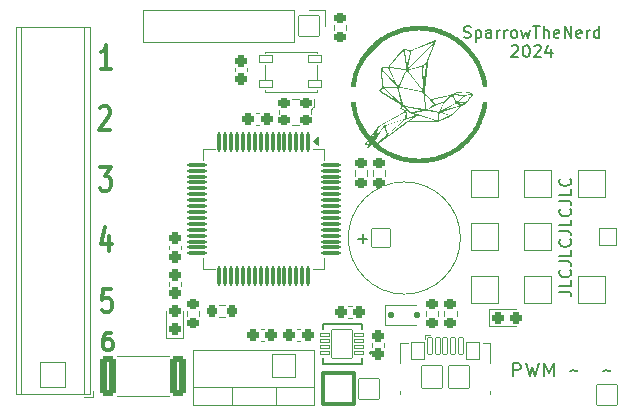
<source format=gto>
G04 #@! TF.GenerationSoftware,KiCad,Pcbnew,8.0.1*
G04 #@! TF.CreationDate,2024-06-08T15:54:11-04:00*
G04 #@! TF.ProjectId,SAP Mk3.2,53415020-4d6b-4332-9e32-2e6b69636164,rev?*
G04 #@! TF.SameCoordinates,Original*
G04 #@! TF.FileFunction,Legend,Top*
G04 #@! TF.FilePolarity,Positive*
%FSLAX46Y46*%
G04 Gerber Fmt 4.6, Leading zero omitted, Abs format (unit mm)*
G04 Created by KiCad (PCBNEW 8.0.1) date 2024-06-08 15:54:11*
%MOMM*%
%LPD*%
G01*
G04 APERTURE LIST*
G04 Aperture macros list*
%AMRoundRect*
0 Rectangle with rounded corners*
0 $1 Rounding radius*
0 $2 $3 $4 $5 $6 $7 $8 $9 X,Y pos of 4 corners*
0 Add a 4 corners polygon primitive as box body*
4,1,4,$2,$3,$4,$5,$6,$7,$8,$9,$2,$3,0*
0 Add four circle primitives for the rounded corners*
1,1,$1+$1,$2,$3*
1,1,$1+$1,$4,$5*
1,1,$1+$1,$6,$7*
1,1,$1+$1,$8,$9*
0 Add four rect primitives between the rounded corners*
20,1,$1+$1,$2,$3,$4,$5,0*
20,1,$1+$1,$4,$5,$6,$7,0*
20,1,$1+$1,$6,$7,$8,$9,0*
20,1,$1+$1,$8,$9,$2,$3,0*%
G04 Aperture macros list end*
%ADD10C,0.200000*%
%ADD11C,0.000000*%
%ADD12C,0.300000*%
%ADD13C,0.150000*%
%ADD14C,0.120000*%
%ADD15C,0.152400*%
%ADD16RoundRect,0.038000X1.100000X-1.100000X1.100000X1.100000X-1.100000X1.100000X-1.100000X-1.100000X0*%
%ADD17C,2.276000*%
%ADD18RoundRect,0.144000X-0.144000X-0.144000X0.144000X-0.144000X0.144000X0.144000X-0.144000X0.144000X0*%
%ADD19RoundRect,0.219000X0.219000X0.294000X-0.219000X0.294000X-0.219000X-0.294000X0.219000X-0.294000X0*%
%ADD20RoundRect,0.244000X-0.269000X0.244000X-0.269000X-0.244000X0.269000X-0.244000X0.269000X0.244000X0*%
%ADD21RoundRect,0.219000X-0.294000X0.219000X-0.294000X-0.219000X0.294000X-0.219000X0.294000X0.219000X0*%
%ADD22RoundRect,0.244000X-0.244000X-0.269000X0.244000X-0.269000X0.244000X0.269000X-0.244000X0.269000X0*%
%ADD23RoundRect,0.094000X-0.094000X0.719000X-0.094000X-0.719000X0.094000X-0.719000X0.094000X0.719000X0*%
%ADD24RoundRect,0.094000X-0.719000X0.094000X-0.719000X-0.094000X0.719000X-0.094000X0.719000X0.094000X0*%
%ADD25RoundRect,0.038000X-0.200000X-0.700000X0.200000X-0.700000X0.200000X0.700000X-0.200000X0.700000X0*%
%ADD26O,1.126000X1.976000*%
%ADD27RoundRect,0.038000X-0.575000X-0.725000X0.575000X-0.725000X0.575000X0.725000X-0.575000X0.725000X0*%
%ADD28RoundRect,0.038000X-0.875000X-0.950000X0.875000X-0.950000X0.875000X0.950000X-0.875000X0.950000X0*%
%ADD29RoundRect,0.244000X0.269000X-0.244000X0.269000X0.244000X-0.269000X0.244000X-0.269000X-0.244000X0*%
%ADD30RoundRect,0.038000X0.406400X0.127000X-0.406400X0.127000X-0.406400X-0.127000X0.406400X-0.127000X0*%
%ADD31RoundRect,0.038000X0.850900X1.219200X-0.850900X1.219200X-0.850900X-1.219200X0.850900X-1.219200X0*%
%ADD32RoundRect,0.038000X-0.850000X0.850000X-0.850000X-0.850000X0.850000X-0.850000X0.850000X0.850000X0*%
%ADD33O,1.776000X1.776000*%
%ADD34RoundRect,0.265511X-0.384989X-1.447489X0.384989X-1.447489X0.384989X1.447489X-0.384989X1.447489X0*%
%ADD35RoundRect,0.237750X-0.237750X-0.275250X0.237750X-0.275250X0.237750X0.275250X-0.237750X0.275250X0*%
%ADD36RoundRect,0.219000X0.294000X-0.219000X0.294000X0.219000X-0.294000X0.219000X-0.294000X-0.219000X0*%
%ADD37C,2.676000*%
%ADD38C,3.876000*%
%ADD39RoundRect,0.244000X0.244000X0.269000X-0.244000X0.269000X-0.244000X-0.269000X0.244000X-0.269000X0*%
%ADD40RoundRect,0.219000X-0.269000X0.219000X-0.269000X-0.219000X0.269000X-0.219000X0.269000X0.219000X0*%
%ADD41RoundRect,0.038000X-0.800000X-0.800000X0.800000X-0.800000X0.800000X0.800000X-0.800000X0.800000X0*%
%ADD42C,1.676000*%
%ADD43RoundRect,0.038000X0.952500X1.000000X-0.952500X1.000000X-0.952500X-1.000000X0.952500X-1.000000X0*%
%ADD44O,1.981000X2.076000*%
%ADD45RoundRect,0.237750X0.275250X-0.237750X0.275250X0.237750X-0.275250X0.237750X-0.275250X-0.237750X0*%
%ADD46RoundRect,0.038000X0.525000X0.325000X-0.525000X0.325000X-0.525000X-0.325000X0.525000X-0.325000X0*%
%ADD47RoundRect,0.038000X1.150000X-1.150000X1.150000X1.150000X-1.150000X1.150000X-1.150000X-1.150000X0*%
%ADD48RoundRect,0.038000X0.750000X-0.750000X0.750000X0.750000X-0.750000X0.750000X-0.750000X-0.750000X0*%
G04 APERTURE END LIST*
D10*
X120929197Y-77604980D02*
X120929197Y-76504980D01*
X120929197Y-76504980D02*
X121405387Y-76504980D01*
X121405387Y-76504980D02*
X121524435Y-76557361D01*
X121524435Y-76557361D02*
X121583958Y-76609742D01*
X121583958Y-76609742D02*
X121643482Y-76714504D01*
X121643482Y-76714504D02*
X121643482Y-76871647D01*
X121643482Y-76871647D02*
X121583958Y-76976409D01*
X121583958Y-76976409D02*
X121524435Y-77028790D01*
X121524435Y-77028790D02*
X121405387Y-77081171D01*
X121405387Y-77081171D02*
X120929197Y-77081171D01*
X122060149Y-76504980D02*
X122357768Y-77604980D01*
X122357768Y-77604980D02*
X122595863Y-76819266D01*
X122595863Y-76819266D02*
X122833958Y-77604980D01*
X122833958Y-77604980D02*
X123131578Y-76504980D01*
X123607768Y-77604980D02*
X123607768Y-76504980D01*
X123607768Y-76504980D02*
X124024434Y-77290695D01*
X124024434Y-77290695D02*
X124441101Y-76504980D01*
X124441101Y-76504980D02*
X124441101Y-77604980D01*
X125810148Y-77185933D02*
X125869672Y-77133552D01*
X125869672Y-77133552D02*
X125988720Y-77081171D01*
X125988720Y-77081171D02*
X126226815Y-77185933D01*
X126226815Y-77185933D02*
X126345862Y-77133552D01*
X126345862Y-77133552D02*
X126405386Y-77081171D01*
X128607767Y-77185933D02*
X128667291Y-77133552D01*
X128667291Y-77133552D02*
X128786339Y-77081171D01*
X128786339Y-77081171D02*
X129024434Y-77185933D01*
X129024434Y-77185933D02*
X129143481Y-77133552D01*
X129143481Y-77133552D02*
X129203005Y-77081171D01*
D11*
G36*
X113147104Y-47930970D02*
G01*
X113293564Y-47936377D01*
X113439415Y-47945379D01*
X113584627Y-47957971D01*
X113729167Y-47974147D01*
X113873004Y-47993900D01*
X114016108Y-48017224D01*
X114158446Y-48044112D01*
X114299987Y-48074558D01*
X114440700Y-48108555D01*
X114580553Y-48146098D01*
X114719516Y-48187179D01*
X114857556Y-48231793D01*
X114994642Y-48279932D01*
X115130743Y-48331591D01*
X115265827Y-48386764D01*
X115394948Y-48443212D01*
X115522390Y-48502609D01*
X115648129Y-48564940D01*
X115772137Y-48630185D01*
X115894390Y-48698327D01*
X116014862Y-48769350D01*
X116133526Y-48843235D01*
X116250357Y-48919965D01*
X116365329Y-48999523D01*
X116478417Y-49081892D01*
X116589595Y-49167053D01*
X116698836Y-49254990D01*
X116806116Y-49345685D01*
X116911408Y-49439120D01*
X117014686Y-49535278D01*
X117115925Y-49634142D01*
X117214789Y-49735380D01*
X117310947Y-49838654D01*
X117404383Y-49943940D01*
X117495077Y-50051212D01*
X117583014Y-50160445D01*
X117668175Y-50271614D01*
X117750544Y-50384694D01*
X117830102Y-50499660D01*
X117906832Y-50616486D01*
X117980717Y-50735147D01*
X118051740Y-50855618D01*
X118119882Y-50977874D01*
X118185127Y-51101889D01*
X118247458Y-51227639D01*
X118306855Y-51355098D01*
X118363303Y-51484241D01*
X118438943Y-51672116D01*
X118507797Y-51861927D01*
X118569851Y-52053590D01*
X118625092Y-52247018D01*
X118673505Y-52442127D01*
X118715077Y-52638831D01*
X118749793Y-52837044D01*
X118777640Y-53036683D01*
X118778090Y-53041403D01*
X118778278Y-53046081D01*
X118778210Y-53050711D01*
X118777894Y-53055285D01*
X118777334Y-53059797D01*
X118776537Y-53064239D01*
X118775510Y-53068604D01*
X118774259Y-53072886D01*
X118772790Y-53077076D01*
X118771109Y-53081168D01*
X118769223Y-53085155D01*
X118767139Y-53089029D01*
X118764861Y-53092784D01*
X118762398Y-53096412D01*
X118759754Y-53099906D01*
X118756937Y-53103259D01*
X118753952Y-53106464D01*
X118750806Y-53109514D01*
X118747505Y-53112402D01*
X118744056Y-53115120D01*
X118740464Y-53117662D01*
X118736737Y-53120020D01*
X118732880Y-53122188D01*
X118728899Y-53124157D01*
X118724802Y-53125922D01*
X118720593Y-53127474D01*
X118716281Y-53128807D01*
X118711870Y-53129913D01*
X118707367Y-53130786D01*
X118702779Y-53131419D01*
X118698111Y-53131804D01*
X118693370Y-53131933D01*
X118464109Y-53131933D01*
X118460147Y-53131842D01*
X118456227Y-53131571D01*
X118452353Y-53131124D01*
X118448529Y-53130504D01*
X118444761Y-53129715D01*
X118441052Y-53128762D01*
X118437407Y-53127647D01*
X118433831Y-53126375D01*
X118430327Y-53124949D01*
X118426901Y-53123374D01*
X118423556Y-53121652D01*
X118420298Y-53119788D01*
X118417130Y-53117785D01*
X118414057Y-53115647D01*
X118411085Y-53113378D01*
X118408216Y-53110982D01*
X118405455Y-53108462D01*
X118402808Y-53105822D01*
X118400278Y-53103066D01*
X118397870Y-53100198D01*
X118395588Y-53097221D01*
X118393437Y-53094139D01*
X118391422Y-53090956D01*
X118389546Y-53087676D01*
X118387814Y-53084302D01*
X118386231Y-53080838D01*
X118384801Y-53077288D01*
X118383529Y-53073656D01*
X118382418Y-53069945D01*
X118381474Y-53066160D01*
X118380701Y-53062303D01*
X118380104Y-53058379D01*
X118342523Y-52810295D01*
X118293830Y-52565986D01*
X118234296Y-52325722D01*
X118164188Y-52089772D01*
X118083776Y-51858403D01*
X117993329Y-51631886D01*
X117893114Y-51410489D01*
X117783402Y-51194481D01*
X117664461Y-50984130D01*
X117536560Y-50779706D01*
X117399968Y-50581478D01*
X117254954Y-50389714D01*
X117101786Y-50204684D01*
X116940734Y-50026656D01*
X116772066Y-49855898D01*
X116596052Y-49692681D01*
X116412959Y-49537273D01*
X116223058Y-49389942D01*
X116026616Y-49250958D01*
X115823904Y-49120589D01*
X115615188Y-48999104D01*
X115400740Y-48886773D01*
X115180827Y-48783864D01*
X114955718Y-48690646D01*
X114725682Y-48607388D01*
X114490989Y-48534358D01*
X114251906Y-48471826D01*
X114008703Y-48420061D01*
X113761649Y-48379331D01*
X113511012Y-48349905D01*
X113257062Y-48332053D01*
X113000067Y-48326042D01*
X112743072Y-48332053D01*
X112489122Y-48349905D01*
X112238485Y-48379331D01*
X111991431Y-48420061D01*
X111748227Y-48471826D01*
X111509144Y-48534358D01*
X111274450Y-48607388D01*
X111044414Y-48690646D01*
X110819304Y-48783864D01*
X110599390Y-48886773D01*
X110384940Y-48999104D01*
X110176223Y-49120589D01*
X109973509Y-49250958D01*
X109777065Y-49389942D01*
X109587161Y-49537273D01*
X109404066Y-49692681D01*
X109228048Y-49855898D01*
X109059376Y-50026656D01*
X108898320Y-50204684D01*
X108745147Y-50389714D01*
X108600128Y-50581478D01*
X108463530Y-50779706D01*
X108335623Y-50984130D01*
X108216675Y-51194481D01*
X108106956Y-51410489D01*
X108006734Y-51631886D01*
X107916278Y-51858403D01*
X107835857Y-52089772D01*
X107765739Y-52325722D01*
X107706194Y-52565986D01*
X107657491Y-52810295D01*
X107619897Y-53058379D01*
X107619311Y-53062303D01*
X107618549Y-53066160D01*
X107617613Y-53069945D01*
X107616510Y-53073656D01*
X107615244Y-53077288D01*
X107613819Y-53080838D01*
X107612240Y-53084302D01*
X107610511Y-53087676D01*
X107608637Y-53090956D01*
X107606622Y-53094139D01*
X107604472Y-53097221D01*
X107602189Y-53100198D01*
X107599780Y-53103066D01*
X107597248Y-53105822D01*
X107594598Y-53108462D01*
X107591835Y-53110982D01*
X107588963Y-53113378D01*
X107585986Y-53115647D01*
X107582910Y-53117785D01*
X107579738Y-53119788D01*
X107576476Y-53121652D01*
X107573127Y-53123374D01*
X107569697Y-53124949D01*
X107566189Y-53126375D01*
X107562609Y-53127647D01*
X107558960Y-53128762D01*
X107555248Y-53129715D01*
X107551477Y-53130504D01*
X107547651Y-53131124D01*
X107543776Y-53131571D01*
X107539854Y-53131842D01*
X107535892Y-53131933D01*
X107535892Y-53131801D01*
X107306763Y-53131801D01*
X107302023Y-53131672D01*
X107297355Y-53131288D01*
X107292767Y-53130658D01*
X107288264Y-53129787D01*
X107283853Y-53128683D01*
X107279540Y-53127353D01*
X107275332Y-53125804D01*
X107271235Y-53124044D01*
X107267254Y-53122078D01*
X107263397Y-53119915D01*
X107259669Y-53117561D01*
X107256078Y-53115023D01*
X107252629Y-53112309D01*
X107249328Y-53109425D01*
X107246182Y-53106379D01*
X107243197Y-53103177D01*
X107240380Y-53099826D01*
X107237736Y-53096334D01*
X107235272Y-53092708D01*
X107232995Y-53088955D01*
X107230910Y-53085081D01*
X107229025Y-53081094D01*
X107227344Y-53077001D01*
X107225875Y-53072809D01*
X107224624Y-53068525D01*
X107223597Y-53064156D01*
X107222800Y-53059709D01*
X107222240Y-53055191D01*
X107221923Y-53050609D01*
X107221856Y-53045971D01*
X107222044Y-53041282D01*
X107222493Y-53036551D01*
X107250341Y-52836874D01*
X107285057Y-52638643D01*
X107326629Y-52441936D01*
X107375042Y-52246836D01*
X107430283Y-52053423D01*
X107492337Y-51861776D01*
X107561191Y-51671978D01*
X107636831Y-51484109D01*
X107693279Y-51354987D01*
X107752677Y-51227545D01*
X107815007Y-51101806D01*
X107880252Y-50977797D01*
X107948394Y-50855544D01*
X108019417Y-50735073D01*
X108093302Y-50616408D01*
X108170032Y-50499577D01*
X108249591Y-50384605D01*
X108331959Y-50271517D01*
X108417120Y-50160340D01*
X108505057Y-50051098D01*
X108595752Y-49943819D01*
X108689187Y-49838527D01*
X108785345Y-49735249D01*
X108884209Y-49634010D01*
X108985447Y-49535146D01*
X109088721Y-49438987D01*
X109194007Y-49345552D01*
X109301279Y-49254858D01*
X109410512Y-49166921D01*
X109521682Y-49081760D01*
X109634762Y-48999391D01*
X109749727Y-48919833D01*
X109866553Y-48843103D01*
X109985214Y-48769217D01*
X110105685Y-48698195D01*
X110227941Y-48630052D01*
X110351956Y-48564807D01*
X110477706Y-48502477D01*
X110605165Y-48443079D01*
X110734308Y-48386632D01*
X110869392Y-48331482D01*
X111005493Y-48279844D01*
X111142579Y-48231722D01*
X111280619Y-48187123D01*
X111419581Y-48146055D01*
X111559434Y-48108523D01*
X111700147Y-48074534D01*
X111841688Y-48044095D01*
X111984026Y-48017213D01*
X112127129Y-47993893D01*
X112270967Y-47974143D01*
X112415507Y-47957969D01*
X112560719Y-47945378D01*
X112706570Y-47936376D01*
X112853030Y-47930970D01*
X113000067Y-47929167D01*
X113147104Y-47930970D01*
G37*
G36*
X114431370Y-49159446D02*
G01*
X114435572Y-49160064D01*
X114439524Y-49160987D01*
X114443220Y-49162209D01*
X114446656Y-49163725D01*
X114449828Y-49165532D01*
X114452730Y-49167624D01*
X114455358Y-49169997D01*
X114457708Y-49172646D01*
X114459774Y-49175565D01*
X114461553Y-49178752D01*
X114463038Y-49182200D01*
X114464227Y-49185906D01*
X114465113Y-49189864D01*
X114465692Y-49194069D01*
X114465960Y-49198518D01*
X114465912Y-49203205D01*
X114465543Y-49208126D01*
X114464849Y-49213276D01*
X114463825Y-49218650D01*
X114462466Y-49224243D01*
X114460768Y-49230052D01*
X114458725Y-49236070D01*
X114456334Y-49242294D01*
X113789981Y-50883372D01*
X113779719Y-50910651D01*
X113769550Y-50941292D01*
X113759741Y-50974251D01*
X113750558Y-51008488D01*
X113742268Y-51042960D01*
X113735138Y-51076626D01*
X113729434Y-51108444D01*
X113725422Y-51137372D01*
X113468248Y-53414773D01*
X113467178Y-53428694D01*
X113467021Y-53443240D01*
X113467739Y-53458293D01*
X113469296Y-53473734D01*
X113471655Y-53489445D01*
X113474780Y-53505307D01*
X113478634Y-53521202D01*
X113483180Y-53537011D01*
X113488382Y-53552615D01*
X113494203Y-53567896D01*
X113500607Y-53582735D01*
X113507557Y-53597013D01*
X113515015Y-53610613D01*
X113522947Y-53623415D01*
X113531315Y-53635301D01*
X113540081Y-53646152D01*
X113926770Y-54091577D01*
X113931376Y-54096630D01*
X113936231Y-54101469D01*
X113946635Y-54110493D01*
X113957876Y-54118627D01*
X113969851Y-54125851D01*
X113982454Y-54132142D01*
X113995579Y-54137479D01*
X114009123Y-54141840D01*
X114022979Y-54145205D01*
X114037042Y-54147550D01*
X114051209Y-54148856D01*
X114065373Y-54149101D01*
X114079430Y-54148262D01*
X114093275Y-54146318D01*
X114106802Y-54143249D01*
X114119906Y-54139032D01*
X114126267Y-54136486D01*
X114132483Y-54133645D01*
X114170981Y-54114860D01*
X114197494Y-54102684D01*
X114227339Y-54090205D01*
X114259494Y-54077774D01*
X114292937Y-54065747D01*
X114326647Y-54054477D01*
X114359602Y-54044316D01*
X114390780Y-54035619D01*
X114419160Y-54028739D01*
X115658204Y-53757673D01*
X115686608Y-53750896D01*
X115717857Y-53742401D01*
X115750926Y-53732530D01*
X115784790Y-53721623D01*
X115796536Y-53717572D01*
X116047867Y-53717572D01*
X116048199Y-53719606D01*
X116048933Y-53721564D01*
X116050068Y-53723441D01*
X116051602Y-53725234D01*
X116053534Y-53726939D01*
X116055865Y-53728552D01*
X116058592Y-53730070D01*
X116061714Y-53731488D01*
X116065232Y-53732802D01*
X116069143Y-53734010D01*
X116073447Y-53735107D01*
X116078143Y-53736090D01*
X116083230Y-53736954D01*
X116088706Y-53737696D01*
X116094572Y-53738312D01*
X116107466Y-53739152D01*
X116758341Y-53765875D01*
X116787548Y-53766622D01*
X116819977Y-53766615D01*
X116854545Y-53765908D01*
X116890170Y-53764552D01*
X116925770Y-53762601D01*
X116960264Y-53760108D01*
X116992568Y-53757125D01*
X117021602Y-53753704D01*
X117263960Y-53721028D01*
X117270519Y-53720052D01*
X117276676Y-53718964D01*
X117282432Y-53717767D01*
X117287785Y-53716465D01*
X117292735Y-53715064D01*
X117297282Y-53713566D01*
X117301425Y-53711977D01*
X117305163Y-53710300D01*
X117308496Y-53708539D01*
X117311423Y-53706700D01*
X117313943Y-53704786D01*
X117316057Y-53702801D01*
X117317763Y-53700750D01*
X117319062Y-53698636D01*
X117319951Y-53696464D01*
X117320432Y-53694239D01*
X117320503Y-53691964D01*
X117320164Y-53689643D01*
X117319414Y-53687281D01*
X117318253Y-53684883D01*
X117316679Y-53682451D01*
X117314694Y-53679991D01*
X117312295Y-53677507D01*
X117309483Y-53675003D01*
X117306256Y-53672483D01*
X117302615Y-53669951D01*
X117298559Y-53667411D01*
X117294087Y-53664869D01*
X117289199Y-53662327D01*
X117283893Y-53659790D01*
X117278170Y-53657263D01*
X117272030Y-53654750D01*
X117177839Y-53617576D01*
X117164610Y-53612672D01*
X117150411Y-53607998D01*
X117135372Y-53603571D01*
X117119623Y-53599415D01*
X117103296Y-53595548D01*
X117086520Y-53591991D01*
X117069426Y-53588766D01*
X117052144Y-53585892D01*
X117034805Y-53583390D01*
X117017539Y-53581281D01*
X117000476Y-53579585D01*
X116983747Y-53578323D01*
X116967483Y-53577515D01*
X116951813Y-53577181D01*
X116936869Y-53577343D01*
X116922780Y-53578021D01*
X116340299Y-53617972D01*
X116326243Y-53619180D01*
X116311397Y-53620894D01*
X116295888Y-53623085D01*
X116279842Y-53625720D01*
X116246649Y-53632195D01*
X116212836Y-53640066D01*
X116179420Y-53649077D01*
X116147418Y-53658975D01*
X116132265Y-53664177D01*
X116117847Y-53669506D01*
X116104290Y-53674929D01*
X116091723Y-53680414D01*
X116091723Y-53680415D01*
X116085917Y-53683147D01*
X116080526Y-53685859D01*
X116075550Y-53688548D01*
X116070989Y-53691208D01*
X116066840Y-53693837D01*
X116063104Y-53696431D01*
X116059779Y-53698986D01*
X116056865Y-53701499D01*
X116054359Y-53703965D01*
X116052262Y-53706380D01*
X116050572Y-53708742D01*
X116049289Y-53711046D01*
X116048411Y-53713288D01*
X116047937Y-53715464D01*
X116047867Y-53717572D01*
X115796536Y-53717572D01*
X115818425Y-53710022D01*
X115850805Y-53698067D01*
X115880907Y-53686100D01*
X115907705Y-53674461D01*
X116061692Y-53604082D01*
X116074628Y-53598446D01*
X116088545Y-53592871D01*
X116118803Y-53582039D01*
X116151434Y-53571851D01*
X116185402Y-53562575D01*
X116219674Y-53554478D01*
X116253216Y-53547825D01*
X116284994Y-53542884D01*
X116299898Y-53541138D01*
X116313973Y-53539921D01*
X116939183Y-53496264D01*
X116953274Y-53495560D01*
X116968223Y-53495369D01*
X116983899Y-53495671D01*
X117000172Y-53496446D01*
X117016911Y-53497674D01*
X117033985Y-53499334D01*
X117051263Y-53501406D01*
X117068614Y-53503871D01*
X117085908Y-53506708D01*
X117103014Y-53509897D01*
X117119801Y-53513417D01*
X117136139Y-53517249D01*
X117151895Y-53521373D01*
X117166941Y-53525767D01*
X117181144Y-53530413D01*
X117194374Y-53535290D01*
X117507378Y-53657792D01*
X117513574Y-53660397D01*
X117519460Y-53663222D01*
X117525033Y-53666257D01*
X117530293Y-53669493D01*
X117535236Y-53672920D01*
X117539861Y-53676529D01*
X117544165Y-53680311D01*
X117548146Y-53684256D01*
X117551803Y-53688356D01*
X117555132Y-53692600D01*
X117558132Y-53696979D01*
X117560800Y-53701484D01*
X117563135Y-53706107D01*
X117565134Y-53710836D01*
X117566795Y-53715664D01*
X117568116Y-53720581D01*
X117569095Y-53725577D01*
X117569730Y-53730643D01*
X117570018Y-53735770D01*
X117569957Y-53740948D01*
X117569545Y-53746169D01*
X117568781Y-53751422D01*
X117567661Y-53756699D01*
X117566184Y-53761990D01*
X117564347Y-53767286D01*
X117562149Y-53772577D01*
X117559587Y-53777855D01*
X117556659Y-53783109D01*
X117553363Y-53788331D01*
X117549697Y-53793511D01*
X117545658Y-53798641D01*
X117541245Y-53803709D01*
X117345056Y-54018286D01*
X117325735Y-54040218D01*
X117305017Y-54065153D01*
X117283548Y-54092224D01*
X117261977Y-54120564D01*
X117240951Y-54149308D01*
X117221119Y-54177588D01*
X117203129Y-54204538D01*
X117187629Y-54229291D01*
X117095951Y-54381824D01*
X117088398Y-54393728D01*
X117079890Y-54405962D01*
X117070521Y-54418435D01*
X117060385Y-54431056D01*
X117049574Y-54443733D01*
X117038182Y-54456376D01*
X117026302Y-54468893D01*
X117014029Y-54481192D01*
X117001454Y-54493183D01*
X116988673Y-54504775D01*
X116975777Y-54515875D01*
X116962861Y-54526393D01*
X116950017Y-54536237D01*
X116937340Y-54545316D01*
X116924923Y-54553540D01*
X116912858Y-54560815D01*
X116801072Y-54624580D01*
X116711147Y-54676124D01*
X116676987Y-54695850D01*
X116656345Y-54707924D01*
X116648388Y-54713350D01*
X116637166Y-54721990D01*
X116623197Y-54733399D01*
X116606999Y-54747132D01*
X116589090Y-54762743D01*
X116569987Y-54779789D01*
X116550207Y-54797824D01*
X116530270Y-54816403D01*
X115824230Y-55481036D01*
X115813804Y-55490560D01*
X115802445Y-55500377D01*
X115790263Y-55510414D01*
X115777370Y-55520596D01*
X115749895Y-55541093D01*
X115720910Y-55561271D01*
X115691305Y-55580532D01*
X115661970Y-55598276D01*
X115647682Y-55606392D01*
X115633795Y-55613905D01*
X115620420Y-55620740D01*
X115607669Y-55626822D01*
X114759414Y-56015760D01*
X114746477Y-56021372D01*
X114732556Y-56026828D01*
X114717781Y-56032100D01*
X114702281Y-56037160D01*
X114686185Y-56041978D01*
X114669624Y-56046527D01*
X114635622Y-56054703D01*
X114601310Y-56061458D01*
X114584361Y-56064232D01*
X114567724Y-56066566D01*
X114551526Y-56068430D01*
X114535898Y-56069797D01*
X114520969Y-56070638D01*
X114506869Y-56070925D01*
X112191633Y-56070925D01*
X112177604Y-56071334D01*
X112162886Y-56072533D01*
X112147601Y-56074483D01*
X112131872Y-56077143D01*
X112115821Y-56080472D01*
X112099571Y-56084431D01*
X112083244Y-56088979D01*
X112066964Y-56094076D01*
X112050853Y-56099681D01*
X112035034Y-56105755D01*
X112019628Y-56112256D01*
X112004760Y-56119145D01*
X111990552Y-56126381D01*
X111977125Y-56133925D01*
X111964604Y-56141735D01*
X111953111Y-56149771D01*
X109165461Y-58220796D01*
X109160021Y-58224667D01*
X109154668Y-58228147D01*
X109149410Y-58231240D01*
X109144252Y-58233948D01*
X109139201Y-58236275D01*
X109134263Y-58238225D01*
X109129445Y-58239800D01*
X109124752Y-58241005D01*
X109120192Y-58241843D01*
X109115770Y-58242317D01*
X109111493Y-58242431D01*
X109107367Y-58242188D01*
X109103398Y-58241591D01*
X109099594Y-58240644D01*
X109095960Y-58239350D01*
X109092502Y-58237713D01*
X109089227Y-58235736D01*
X109086142Y-58233422D01*
X109083252Y-58230775D01*
X109080564Y-58227799D01*
X109078085Y-58224497D01*
X109075820Y-58220871D01*
X109073776Y-58216927D01*
X109071960Y-58212666D01*
X109070377Y-58208093D01*
X109069034Y-58203210D01*
X109067938Y-58198022D01*
X109067094Y-58192532D01*
X109066510Y-58186742D01*
X109066191Y-58180657D01*
X109066144Y-58174280D01*
X109066374Y-58167615D01*
X109073783Y-58029899D01*
X109074026Y-58023237D01*
X109074017Y-58016894D01*
X109073760Y-58010874D01*
X109073261Y-58005178D01*
X109072526Y-57999810D01*
X109071562Y-57994772D01*
X109070372Y-57990067D01*
X109068964Y-57985697D01*
X109068232Y-57983876D01*
X109187696Y-57983876D01*
X109187821Y-57989563D01*
X109188197Y-57994935D01*
X109188819Y-57999987D01*
X109189680Y-58004718D01*
X109190776Y-58009124D01*
X109192101Y-58013202D01*
X109193651Y-58016949D01*
X109195418Y-58020363D01*
X109197399Y-58023441D01*
X109199588Y-58026180D01*
X109201979Y-58028576D01*
X109204568Y-58030627D01*
X109207348Y-58032331D01*
X109210314Y-58033684D01*
X109213462Y-58034683D01*
X109216785Y-58035325D01*
X109220279Y-58035609D01*
X109223938Y-58035529D01*
X109227756Y-58035085D01*
X109231729Y-58034273D01*
X109235850Y-58033090D01*
X109240116Y-58031533D01*
X109244519Y-58029599D01*
X109249055Y-58027286D01*
X109253719Y-58024590D01*
X109258505Y-58021509D01*
X109263408Y-58018039D01*
X109268423Y-58014179D01*
X109273543Y-58009924D01*
X109952294Y-57424609D01*
X110089295Y-57424609D01*
X110089336Y-57424996D01*
X110089710Y-57425117D01*
X110090416Y-57424971D01*
X110092820Y-57423875D01*
X110096547Y-57421706D01*
X110101592Y-57418460D01*
X110107953Y-57414133D01*
X110115625Y-57408723D01*
X110134894Y-57394635D01*
X111918847Y-56068146D01*
X111994237Y-56012386D01*
X112017428Y-55995407D01*
X112023861Y-55990782D01*
X112026268Y-55989168D01*
X112035638Y-55983695D01*
X112060251Y-55968796D01*
X112068300Y-55963866D01*
X112258916Y-55963866D01*
X112258993Y-55966384D01*
X112259465Y-55968796D01*
X112260332Y-55971096D01*
X112261592Y-55973279D01*
X112263244Y-55975343D01*
X112265287Y-55977281D01*
X112267719Y-55979090D01*
X112270540Y-55980765D01*
X112273748Y-55982301D01*
X112277341Y-55983695D01*
X112281319Y-55984941D01*
X112285680Y-55986036D01*
X112290423Y-55986975D01*
X112295547Y-55987752D01*
X112301050Y-55988365D01*
X112306931Y-55988808D01*
X112313189Y-55989078D01*
X112319823Y-55989168D01*
X114229983Y-55989170D01*
X114242810Y-55988947D01*
X114254002Y-55988294D01*
X114258984Y-55987812D01*
X114263556Y-55987231D01*
X114267718Y-55986554D01*
X114271469Y-55985782D01*
X114274809Y-55984919D01*
X114277737Y-55983967D01*
X114280253Y-55982930D01*
X114282357Y-55981810D01*
X114284047Y-55980609D01*
X114285324Y-55979331D01*
X114286188Y-55977977D01*
X114286637Y-55976552D01*
X114286671Y-55975058D01*
X114286291Y-55973496D01*
X114285494Y-55971871D01*
X114284282Y-55970185D01*
X114282653Y-55968440D01*
X114280608Y-55966640D01*
X114278145Y-55964786D01*
X114275264Y-55962883D01*
X114271965Y-55960931D01*
X114268247Y-55958936D01*
X114264111Y-55956898D01*
X114259555Y-55954821D01*
X114249182Y-55950560D01*
X114237127Y-55946174D01*
X113092009Y-55552210D01*
X113078683Y-55548185D01*
X113064583Y-55544980D01*
X113049831Y-55542581D01*
X113034549Y-55540975D01*
X113018860Y-55540149D01*
X113002885Y-55540087D01*
X112986746Y-55540777D01*
X112970566Y-55542205D01*
X112954466Y-55544357D01*
X112938569Y-55547219D01*
X112922997Y-55550778D01*
X112907872Y-55555019D01*
X112893316Y-55559929D01*
X112879450Y-55565495D01*
X112866398Y-55571701D01*
X112854281Y-55578536D01*
X112300112Y-55919848D01*
X112294515Y-55923399D01*
X112289331Y-55926905D01*
X112284559Y-55930362D01*
X112280199Y-55933765D01*
X112276248Y-55937111D01*
X112272705Y-55940393D01*
X112269570Y-55943609D01*
X112266840Y-55946753D01*
X112264515Y-55949821D01*
X112262594Y-55952808D01*
X112261074Y-55955711D01*
X112259956Y-55958525D01*
X112259237Y-55961244D01*
X112258916Y-55963866D01*
X112068300Y-55963866D01*
X112140171Y-55919848D01*
X112530431Y-55679606D01*
X112541247Y-55672762D01*
X112550482Y-55666528D01*
X112558142Y-55660919D01*
X112564234Y-55655948D01*
X112568764Y-55651631D01*
X112570445Y-55649722D01*
X112571739Y-55647982D01*
X112572644Y-55646413D01*
X112573164Y-55645016D01*
X112573297Y-55643793D01*
X112573046Y-55642746D01*
X112572411Y-55641877D01*
X112571392Y-55641188D01*
X112569991Y-55640680D01*
X112568209Y-55640356D01*
X112566045Y-55640217D01*
X112563501Y-55640265D01*
X112557277Y-55640929D01*
X112549541Y-55642363D01*
X112540302Y-55644581D01*
X112529564Y-55647598D01*
X112517335Y-55651428D01*
X112033544Y-55809781D01*
X112020233Y-55814442D01*
X112006271Y-55819851D01*
X111991777Y-55825942D01*
X111976865Y-55832649D01*
X111961653Y-55839907D01*
X111946256Y-55847651D01*
X111930792Y-55855815D01*
X111915375Y-55864335D01*
X111900122Y-55873144D01*
X111885150Y-55882178D01*
X111870575Y-55891371D01*
X111856513Y-55900659D01*
X111843081Y-55909975D01*
X111830394Y-55919255D01*
X111818569Y-55928432D01*
X111807722Y-55937443D01*
X110128809Y-57387095D01*
X110110877Y-57402872D01*
X110103935Y-57409194D01*
X110098338Y-57414467D01*
X110094084Y-57418687D01*
X110091167Y-57421851D01*
X110089586Y-57423955D01*
X110089295Y-57424609D01*
X109952294Y-57424609D01*
X110178815Y-57229271D01*
X110188805Y-57219826D01*
X110198068Y-57209373D01*
X110206577Y-57198022D01*
X110214302Y-57185879D01*
X110221215Y-57173055D01*
X110227286Y-57159657D01*
X110232488Y-57145793D01*
X110236792Y-57131574D01*
X110240168Y-57117106D01*
X110242589Y-57102498D01*
X110244025Y-57087860D01*
X110244448Y-57073299D01*
X110243829Y-57058924D01*
X110242140Y-57044844D01*
X110239352Y-57031167D01*
X110235436Y-57018001D01*
X110095075Y-56616231D01*
X110092736Y-56609977D01*
X110090240Y-56604088D01*
X110087593Y-56598565D01*
X110084804Y-56593409D01*
X110081879Y-56588621D01*
X110078826Y-56584202D01*
X110075652Y-56580154D01*
X110072366Y-56576476D01*
X110068973Y-56573170D01*
X110065482Y-56570237D01*
X110061900Y-56567677D01*
X110058235Y-56565493D01*
X110054493Y-56563684D01*
X110050683Y-56562251D01*
X110046811Y-56561197D01*
X110042885Y-56560520D01*
X110038913Y-56560223D01*
X110034902Y-56560307D01*
X110030859Y-56560772D01*
X110026792Y-56561619D01*
X110022708Y-56562849D01*
X110018614Y-56564463D01*
X110014519Y-56566463D01*
X110010428Y-56568848D01*
X110006351Y-56571621D01*
X110002294Y-56574781D01*
X109998264Y-56578331D01*
X109994270Y-56582270D01*
X109990318Y-56586600D01*
X109986415Y-56591322D01*
X109982570Y-56596436D01*
X109978790Y-56601944D01*
X109284656Y-57658690D01*
X109277177Y-57670642D01*
X109269752Y-57683595D01*
X109262426Y-57697427D01*
X109255243Y-57712011D01*
X109248249Y-57727225D01*
X109241488Y-57742945D01*
X109235005Y-57759045D01*
X109228845Y-57775404D01*
X109223052Y-57791895D01*
X109217671Y-57808396D01*
X109212747Y-57824782D01*
X109208325Y-57840929D01*
X109204450Y-57856714D01*
X109201165Y-57872012D01*
X109198517Y-57886698D01*
X109196549Y-57900651D01*
X109188877Y-57964944D01*
X109188218Y-57971563D01*
X109187826Y-57977875D01*
X109187696Y-57983876D01*
X109068232Y-57983876D01*
X109067343Y-57981665D01*
X109065515Y-57977974D01*
X109063486Y-57974626D01*
X109061260Y-57971624D01*
X109058845Y-57968970D01*
X109056245Y-57966667D01*
X109053467Y-57964718D01*
X109050516Y-57963125D01*
X109047398Y-57961891D01*
X109044119Y-57961018D01*
X109040684Y-57960510D01*
X109037099Y-57960368D01*
X109033370Y-57960596D01*
X109029503Y-57961196D01*
X109025503Y-57962170D01*
X109021377Y-57963522D01*
X109017129Y-57965253D01*
X109012766Y-57967367D01*
X109008293Y-57969866D01*
X109003716Y-57972752D01*
X108999042Y-57976029D01*
X108994275Y-57979698D01*
X108989421Y-57983764D01*
X108984486Y-57988227D01*
X108663017Y-58289588D01*
X108653462Y-58298170D01*
X108644705Y-58305273D01*
X108640632Y-58308276D01*
X108636768Y-58310915D01*
X108633115Y-58313192D01*
X108629675Y-58315110D01*
X108626453Y-58316670D01*
X108623449Y-58317875D01*
X108620668Y-58318726D01*
X108618113Y-58319226D01*
X108615785Y-58319376D01*
X108613689Y-58319178D01*
X108611826Y-58318636D01*
X108610200Y-58317749D01*
X108608813Y-58316522D01*
X108607669Y-58314955D01*
X108606770Y-58313050D01*
X108606119Y-58310810D01*
X108605719Y-58308237D01*
X108605573Y-58305332D01*
X108605683Y-58302098D01*
X108606053Y-58298536D01*
X108606685Y-58294649D01*
X108607583Y-58290439D01*
X108608749Y-58285908D01*
X108610186Y-58281057D01*
X108613883Y-58270405D01*
X108618699Y-58258500D01*
X108674791Y-58127795D01*
X108677293Y-58121569D01*
X108679421Y-58115420D01*
X108681179Y-58109358D01*
X108682573Y-58103390D01*
X108683607Y-58097524D01*
X108684288Y-58091768D01*
X108684620Y-58086129D01*
X108684607Y-58080615D01*
X108684257Y-58075234D01*
X108683573Y-58069995D01*
X108682561Y-58064904D01*
X108681226Y-58059969D01*
X108679572Y-58055200D01*
X108677606Y-58050602D01*
X108675333Y-58046184D01*
X108672757Y-58041955D01*
X108669884Y-58037921D01*
X108666719Y-58034090D01*
X108663266Y-58030471D01*
X108659532Y-58027072D01*
X108655522Y-58023899D01*
X108651239Y-58020961D01*
X108646691Y-58018266D01*
X108641881Y-58015821D01*
X108636816Y-58013634D01*
X108631499Y-58011714D01*
X108625937Y-58010068D01*
X108620135Y-58008703D01*
X108614097Y-58007628D01*
X108607829Y-58006851D01*
X108601335Y-58006378D01*
X108594622Y-58006219D01*
X108502018Y-58006219D01*
X108495338Y-58006079D01*
X108490601Y-58005769D01*
X108825208Y-58005769D01*
X108825320Y-58006367D01*
X108825677Y-58006724D01*
X108826271Y-58006846D01*
X108827099Y-58006737D01*
X108829430Y-58005843D01*
X108832625Y-58004076D01*
X108836640Y-58001471D01*
X108841430Y-57998062D01*
X108846952Y-57993883D01*
X108860012Y-57983356D01*
X108875463Y-57970166D01*
X108892952Y-57954588D01*
X108912122Y-57936899D01*
X109028936Y-57827360D01*
X109038946Y-57817487D01*
X109049037Y-57806593D01*
X109059141Y-57794791D01*
X109069192Y-57782192D01*
X109079121Y-57768907D01*
X109088860Y-57755049D01*
X109098343Y-57740729D01*
X109107501Y-57726059D01*
X109116266Y-57711150D01*
X109124572Y-57696113D01*
X109132351Y-57681062D01*
X109139534Y-57666106D01*
X109146054Y-57651358D01*
X109151844Y-57636930D01*
X109156836Y-57622932D01*
X109160963Y-57609477D01*
X109217399Y-57407271D01*
X109318253Y-57407271D01*
X109318328Y-57410313D01*
X109318592Y-57412977D01*
X109319042Y-57415264D01*
X109319675Y-57417172D01*
X109320491Y-57418700D01*
X109321485Y-57419848D01*
X109322656Y-57420613D01*
X109324002Y-57420994D01*
X109325520Y-57420992D01*
X109327207Y-57420604D01*
X109329062Y-57419829D01*
X109331081Y-57418666D01*
X109333263Y-57417114D01*
X109335606Y-57415172D01*
X109338106Y-57412839D01*
X109340761Y-57410113D01*
X109343570Y-57406994D01*
X109346529Y-57403480D01*
X109349636Y-57399570D01*
X109356287Y-57390558D01*
X109363502Y-57379950D01*
X109945141Y-56494578D01*
X110158971Y-56494578D01*
X110159009Y-56501021D01*
X110159372Y-56507492D01*
X110160065Y-56513980D01*
X110161094Y-56520476D01*
X110162464Y-56526968D01*
X110164180Y-56533446D01*
X110166248Y-56539899D01*
X110310842Y-56953839D01*
X110313217Y-56960137D01*
X110315820Y-56966129D01*
X110318643Y-56971815D01*
X110321677Y-56977192D01*
X110324911Y-56982256D01*
X110328338Y-56987006D01*
X110331947Y-56991440D01*
X110335730Y-56995554D01*
X110339677Y-56999347D01*
X110343779Y-57002816D01*
X110348027Y-57005959D01*
X110352412Y-57008773D01*
X110356924Y-57011256D01*
X110361555Y-57013405D01*
X110366294Y-57015219D01*
X110371134Y-57016694D01*
X110376064Y-57017829D01*
X110381076Y-57018620D01*
X110386160Y-57019066D01*
X110391307Y-57019165D01*
X110396509Y-57018913D01*
X110401754Y-57018308D01*
X110407035Y-57017348D01*
X110412343Y-57016031D01*
X110417667Y-57014354D01*
X110423000Y-57012314D01*
X110428331Y-57009910D01*
X110433651Y-57007139D01*
X110438952Y-57003999D01*
X110444223Y-57000486D01*
X110449457Y-56996599D01*
X110454643Y-56992336D01*
X111630319Y-55977395D01*
X111639860Y-55968788D01*
X111647855Y-55960843D01*
X111651276Y-55957126D01*
X111654315Y-55953583D01*
X111656975Y-55950216D01*
X111659256Y-55947030D01*
X111661160Y-55944025D01*
X111662688Y-55941207D01*
X111663843Y-55938576D01*
X111664626Y-55936137D01*
X111665039Y-55933891D01*
X111665082Y-55931843D01*
X111664759Y-55929994D01*
X111664070Y-55928347D01*
X111663017Y-55926906D01*
X111661602Y-55925674D01*
X111659826Y-55924652D01*
X111657691Y-55923845D01*
X111655198Y-55923254D01*
X111652350Y-55922883D01*
X111649148Y-55922735D01*
X111645593Y-55922812D01*
X111641687Y-55923117D01*
X111637431Y-55923653D01*
X111632828Y-55924424D01*
X111627879Y-55925431D01*
X111616949Y-55928168D01*
X111604654Y-55931886D01*
X110248401Y-56374006D01*
X110242010Y-56376265D01*
X110235813Y-56378820D01*
X110229816Y-56381660D01*
X110224024Y-56384774D01*
X110218442Y-56388152D01*
X110213075Y-56391782D01*
X110207929Y-56395655D01*
X110203008Y-56399759D01*
X110198319Y-56404083D01*
X110193865Y-56408618D01*
X110189653Y-56413352D01*
X110185688Y-56418274D01*
X110181975Y-56423375D01*
X110178519Y-56428643D01*
X110175325Y-56434068D01*
X110172399Y-56439638D01*
X110169746Y-56445344D01*
X110167371Y-56451174D01*
X110165279Y-56457119D01*
X110163476Y-56463166D01*
X110161966Y-56469306D01*
X110160756Y-56475528D01*
X110159849Y-56481821D01*
X110159253Y-56488175D01*
X110158971Y-56494578D01*
X109945141Y-56494578D01*
X109962386Y-56468328D01*
X109970438Y-56456867D01*
X109979545Y-56445307D01*
X109989605Y-56433727D01*
X110000517Y-56422203D01*
X110012178Y-56410815D01*
X110024487Y-56399639D01*
X110037342Y-56388754D01*
X110050641Y-56378237D01*
X110064283Y-56368167D01*
X110078166Y-56358621D01*
X110092188Y-56349678D01*
X110106247Y-56341415D01*
X110120242Y-56333909D01*
X110134071Y-56327240D01*
X110147632Y-56321485D01*
X110160824Y-56316721D01*
X111713398Y-55809383D01*
X111719857Y-55807102D01*
X111726256Y-55804508D01*
X111738837Y-55798426D01*
X111751072Y-55791226D01*
X111762894Y-55782995D01*
X111774232Y-55773823D01*
X111785019Y-55763800D01*
X111795186Y-55753012D01*
X111804663Y-55741550D01*
X111813382Y-55729502D01*
X111821274Y-55716957D01*
X111828271Y-55704003D01*
X111834302Y-55690729D01*
X111839301Y-55677225D01*
X111843198Y-55663578D01*
X111845923Y-55649878D01*
X111846826Y-55643035D01*
X111847410Y-55636213D01*
X111865798Y-55343055D01*
X111866078Y-55336371D01*
X111866056Y-55329939D01*
X111865736Y-55323764D01*
X111865128Y-55317849D01*
X111864237Y-55312200D01*
X111863070Y-55306821D01*
X111861635Y-55301715D01*
X111859938Y-55296887D01*
X111857986Y-55292342D01*
X111855787Y-55288083D01*
X111853346Y-55284115D01*
X111850671Y-55280443D01*
X111847769Y-55277070D01*
X111844647Y-55274000D01*
X111841311Y-55271239D01*
X111837769Y-55268790D01*
X111834027Y-55266658D01*
X111830093Y-55264846D01*
X111825972Y-55263360D01*
X111821673Y-55262204D01*
X111817202Y-55261381D01*
X111812566Y-55260896D01*
X111807771Y-55260754D01*
X111802826Y-55260958D01*
X111797735Y-55261513D01*
X111792508Y-55262424D01*
X111787150Y-55263694D01*
X111781668Y-55265328D01*
X111776069Y-55267329D01*
X111770361Y-55269704D01*
X111764550Y-55272455D01*
X111758642Y-55275587D01*
X109682192Y-56436711D01*
X109670248Y-56443939D01*
X109658278Y-56452262D01*
X109646360Y-56461583D01*
X109634571Y-56471801D01*
X109622989Y-56482820D01*
X109611689Y-56494540D01*
X109600751Y-56506863D01*
X109590249Y-56519691D01*
X109580263Y-56532925D01*
X109570868Y-56546467D01*
X109562142Y-56560218D01*
X109554163Y-56574079D01*
X109547006Y-56587954D01*
X109540750Y-56601742D01*
X109535471Y-56615346D01*
X109531247Y-56628667D01*
X109326460Y-57363148D01*
X109323210Y-57375538D01*
X109320791Y-57386459D01*
X109319888Y-57391365D01*
X109319184Y-57395901D01*
X109318679Y-57400065D01*
X109318369Y-57403855D01*
X109318253Y-57407271D01*
X109217399Y-57407271D01*
X109298943Y-57115103D01*
X109302261Y-57102731D01*
X109304882Y-57091910D01*
X109306816Y-57082646D01*
X109308077Y-57074942D01*
X109308678Y-57068803D01*
X109308733Y-57066322D01*
X109308629Y-57064234D01*
X109308365Y-57062539D01*
X109307943Y-57061238D01*
X109307365Y-57060332D01*
X109306633Y-57059821D01*
X109305747Y-57059706D01*
X109304710Y-57059987D01*
X109303523Y-57060665D01*
X109302187Y-57061740D01*
X109300704Y-57063214D01*
X109299076Y-57065085D01*
X109295390Y-57070027D01*
X109291140Y-57076568D01*
X109286339Y-57084715D01*
X109280998Y-57094472D01*
X109275131Y-57105842D01*
X108895189Y-57862153D01*
X108871389Y-57909872D01*
X108850342Y-57952493D01*
X108834355Y-57985365D01*
X108828981Y-57996692D01*
X108825736Y-58003838D01*
X108825208Y-58005769D01*
X108490601Y-58005769D01*
X108488943Y-58005661D01*
X108482836Y-58004974D01*
X108477021Y-58004024D01*
X108471502Y-58002817D01*
X108466282Y-58001362D01*
X108461364Y-57999665D01*
X108456752Y-57997732D01*
X108452449Y-57995571D01*
X108448459Y-57993189D01*
X108444786Y-57990592D01*
X108441433Y-57987788D01*
X108438404Y-57984783D01*
X108435701Y-57981585D01*
X108433329Y-57978200D01*
X108431292Y-57974635D01*
X108429591Y-57970897D01*
X108428232Y-57966993D01*
X108427218Y-57962931D01*
X108426551Y-57958716D01*
X108426236Y-57954356D01*
X108426276Y-57949858D01*
X108426675Y-57945228D01*
X108427437Y-57940475D01*
X108428563Y-57935603D01*
X108430059Y-57930622D01*
X108431928Y-57925536D01*
X108432335Y-57924595D01*
X108537472Y-57924595D01*
X108651772Y-57924595D01*
X108657657Y-57924441D01*
X108663621Y-57923981D01*
X108669652Y-57923224D01*
X108675740Y-57922178D01*
X108681874Y-57920850D01*
X108688042Y-57919247D01*
X108694234Y-57917378D01*
X108700439Y-57915250D01*
X108712842Y-57910248D01*
X108725163Y-57904301D01*
X108737314Y-57897471D01*
X108749205Y-57889819D01*
X108760750Y-57881406D01*
X108771858Y-57872293D01*
X108782443Y-57862540D01*
X108792415Y-57852209D01*
X108801687Y-57841362D01*
X108810169Y-57830058D01*
X108814087Y-57824254D01*
X108817774Y-57818359D01*
X108821220Y-57812381D01*
X108824413Y-57806327D01*
X109229358Y-57000274D01*
X109235009Y-56988776D01*
X109239714Y-56978695D01*
X109243482Y-56970035D01*
X109246322Y-56962802D01*
X109248244Y-56957002D01*
X109248863Y-56954640D01*
X109249257Y-56952639D01*
X109249425Y-56950999D01*
X109249369Y-56949720D01*
X109249090Y-56948803D01*
X109248590Y-56948250D01*
X109247869Y-56948059D01*
X109246929Y-56948233D01*
X109245770Y-56948772D01*
X109244394Y-56949677D01*
X109242803Y-56950948D01*
X109240996Y-56952585D01*
X109236743Y-56956964D01*
X109231645Y-56962819D01*
X109225710Y-56970155D01*
X109218947Y-56978978D01*
X109211366Y-56989293D01*
X108613805Y-57817307D01*
X108583832Y-57858962D01*
X108559466Y-57893077D01*
X108543186Y-57916129D01*
X108538853Y-57922405D01*
X108537472Y-57924595D01*
X108432335Y-57924595D01*
X108434173Y-57920354D01*
X108436797Y-57915082D01*
X108439805Y-57909728D01*
X108443200Y-57904298D01*
X108446985Y-57898798D01*
X109414037Y-56554451D01*
X109422502Y-56543187D01*
X109431907Y-56531581D01*
X109442152Y-56519720D01*
X109453139Y-56507694D01*
X109464769Y-56495590D01*
X109476942Y-56483497D01*
X109489560Y-56471503D01*
X109502524Y-56459697D01*
X109515733Y-56448167D01*
X109529091Y-56437001D01*
X109542496Y-56426287D01*
X109555852Y-56416115D01*
X109569057Y-56406572D01*
X109582014Y-56397747D01*
X109594623Y-56389728D01*
X109606786Y-56382604D01*
X111709827Y-55207854D01*
X111715595Y-55204489D01*
X111720968Y-55201047D01*
X111725947Y-55197535D01*
X111730532Y-55193959D01*
X111734724Y-55190328D01*
X111738524Y-55186648D01*
X111741932Y-55182926D01*
X111744948Y-55179170D01*
X111747573Y-55175386D01*
X111749809Y-55171582D01*
X111751654Y-55167766D01*
X111753110Y-55163943D01*
X111754178Y-55160122D01*
X111754857Y-55156309D01*
X111755149Y-55152511D01*
X111755054Y-55148736D01*
X111754572Y-55144991D01*
X111753705Y-55141284D01*
X111752452Y-55137620D01*
X111750815Y-55134007D01*
X111748794Y-55130453D01*
X111746388Y-55126965D01*
X111743600Y-55123549D01*
X111740429Y-55120213D01*
X111736877Y-55116964D01*
X111732943Y-55113809D01*
X111728628Y-55110756D01*
X111723933Y-55107811D01*
X111718858Y-55104982D01*
X111713403Y-55102275D01*
X111707571Y-55099698D01*
X111701360Y-55097259D01*
X111407937Y-54988251D01*
X111401714Y-54985777D01*
X111395819Y-54983101D01*
X111390256Y-54980231D01*
X111385024Y-54977176D01*
X111380127Y-54973944D01*
X111375566Y-54970544D01*
X111371342Y-54966985D01*
X111367458Y-54963276D01*
X111363915Y-54959426D01*
X111360716Y-54955443D01*
X111357861Y-54951336D01*
X111355352Y-54947114D01*
X111353192Y-54942785D01*
X111351382Y-54938359D01*
X111349924Y-54933844D01*
X111348820Y-54929249D01*
X111348070Y-54924582D01*
X111347679Y-54919853D01*
X111347646Y-54915070D01*
X111347973Y-54910243D01*
X111348664Y-54905378D01*
X111349718Y-54900487D01*
X111351138Y-54895577D01*
X111352614Y-54891518D01*
X111501851Y-54891518D01*
X111502079Y-54896301D01*
X111502646Y-54901059D01*
X111503550Y-54905782D01*
X111504791Y-54910463D01*
X111506365Y-54915092D01*
X111508270Y-54919660D01*
X111510505Y-54924158D01*
X111513068Y-54928577D01*
X111515957Y-54932910D01*
X111519170Y-54937145D01*
X111522704Y-54941276D01*
X111526558Y-54945292D01*
X111530729Y-54949186D01*
X111535217Y-54952947D01*
X111540018Y-54956568D01*
X111545131Y-54960039D01*
X111550554Y-54963351D01*
X111556284Y-54966496D01*
X111562321Y-54969465D01*
X111849791Y-55103475D01*
X111855932Y-55106508D01*
X111861974Y-55109845D01*
X111873732Y-55117380D01*
X111885005Y-55125984D01*
X111895737Y-55135562D01*
X111905871Y-55146016D01*
X111915350Y-55157251D01*
X111924115Y-55169170D01*
X111932109Y-55181676D01*
X111939276Y-55194674D01*
X111945558Y-55208067D01*
X111950897Y-55221759D01*
X111955236Y-55235654D01*
X111958517Y-55249654D01*
X111960684Y-55263665D01*
X111961679Y-55277589D01*
X111961719Y-55284488D01*
X111961445Y-55291330D01*
X111941601Y-55607374D01*
X111941335Y-55614081D01*
X111941400Y-55620603D01*
X111941789Y-55626934D01*
X111942494Y-55633070D01*
X111943507Y-55639002D01*
X111944821Y-55644727D01*
X111946428Y-55650237D01*
X111948321Y-55655526D01*
X111950492Y-55660589D01*
X111952934Y-55665420D01*
X111955638Y-55670011D01*
X111958598Y-55674358D01*
X111961805Y-55678455D01*
X111965253Y-55682295D01*
X111968933Y-55685872D01*
X111972838Y-55689180D01*
X111976961Y-55692214D01*
X111981294Y-55694966D01*
X111985829Y-55697432D01*
X111990558Y-55699605D01*
X111995475Y-55701479D01*
X112000571Y-55703048D01*
X112005839Y-55704306D01*
X112011271Y-55705247D01*
X112016860Y-55705865D01*
X112022599Y-55706154D01*
X112028479Y-55706108D01*
X112034493Y-55705721D01*
X112040633Y-55704987D01*
X112046893Y-55703899D01*
X112053263Y-55702452D01*
X112059737Y-55700640D01*
X112677408Y-55511727D01*
X112683723Y-55509719D01*
X112689624Y-55507666D01*
X112695109Y-55505573D01*
X112700180Y-55503444D01*
X112704836Y-55501284D01*
X112709077Y-55499095D01*
X112712903Y-55496884D01*
X112716316Y-55494653D01*
X112719314Y-55492408D01*
X112721898Y-55490152D01*
X112724068Y-55487890D01*
X112725825Y-55485626D01*
X112727169Y-55483365D01*
X112728099Y-55481110D01*
X112728616Y-55478866D01*
X112728720Y-55476637D01*
X112728411Y-55474427D01*
X112727690Y-55472241D01*
X112726556Y-55470083D01*
X112725010Y-55467957D01*
X112723052Y-55465868D01*
X112720682Y-55463819D01*
X112717901Y-55461815D01*
X112714707Y-55459860D01*
X112711103Y-55457959D01*
X112707087Y-55456116D01*
X112702660Y-55454335D01*
X112697822Y-55452619D01*
X112692573Y-55450975D01*
X112686914Y-55449405D01*
X112680844Y-55447914D01*
X112674365Y-55446507D01*
X112493125Y-55409334D01*
X112479396Y-55406193D01*
X112465029Y-55402267D01*
X112450141Y-55397612D01*
X112434850Y-55392286D01*
X112419274Y-55386348D01*
X112403530Y-55379854D01*
X112387737Y-55372862D01*
X112372012Y-55365429D01*
X112356473Y-55357614D01*
X112341237Y-55349473D01*
X112326424Y-55341064D01*
X112321588Y-55338145D01*
X112632561Y-55338145D01*
X112632781Y-55340037D01*
X112633419Y-55341922D01*
X112634474Y-55343796D01*
X112635946Y-55345656D01*
X112637835Y-55347498D01*
X112640141Y-55349319D01*
X112642865Y-55351114D01*
X112646005Y-55352881D01*
X112649562Y-55354615D01*
X112653536Y-55356313D01*
X112657927Y-55357972D01*
X112662735Y-55359587D01*
X112667961Y-55361156D01*
X112673603Y-55362675D01*
X112679662Y-55364139D01*
X112686139Y-55365545D01*
X112827823Y-55394914D01*
X112856379Y-55401198D01*
X112887966Y-55408747D01*
X112921538Y-55417275D01*
X112956047Y-55426498D01*
X112990443Y-55436131D01*
X113023681Y-55445888D01*
X113054710Y-55455483D01*
X113082484Y-55464632D01*
X114429213Y-55925933D01*
X114435659Y-55927956D01*
X114442069Y-55929615D01*
X114448432Y-55930914D01*
X114454740Y-55931859D01*
X114460983Y-55932457D01*
X114467154Y-55932713D01*
X114473241Y-55932631D01*
X114479238Y-55932219D01*
X114485134Y-55931481D01*
X114490920Y-55930424D01*
X114496588Y-55929052D01*
X114502127Y-55927373D01*
X114507530Y-55925390D01*
X114512787Y-55923110D01*
X114517889Y-55920539D01*
X114522826Y-55917681D01*
X114527590Y-55914544D01*
X114532172Y-55911132D01*
X114536563Y-55907451D01*
X114540753Y-55903507D01*
X114544733Y-55899305D01*
X114548495Y-55894851D01*
X114552029Y-55890151D01*
X114555327Y-55885210D01*
X114558378Y-55880034D01*
X114561174Y-55874629D01*
X114563706Y-55868999D01*
X114565856Y-55863435D01*
X114663021Y-55863435D01*
X114663221Y-55869388D01*
X114663720Y-55875100D01*
X114664515Y-55880566D01*
X114665597Y-55885781D01*
X114666960Y-55890739D01*
X114668597Y-55895437D01*
X114670503Y-55899869D01*
X114672670Y-55904031D01*
X114675092Y-55907917D01*
X114677763Y-55911523D01*
X114680675Y-55914843D01*
X114683822Y-55917873D01*
X114687198Y-55920608D01*
X114690796Y-55923043D01*
X114694610Y-55925174D01*
X114698633Y-55926994D01*
X114702858Y-55928500D01*
X114707278Y-55929686D01*
X114711888Y-55930548D01*
X114716681Y-55931080D01*
X114721650Y-55931278D01*
X114726788Y-55931137D01*
X114732090Y-55930653D01*
X114737548Y-55929819D01*
X114743155Y-55928631D01*
X114748906Y-55927085D01*
X114754794Y-55925175D01*
X114760812Y-55922896D01*
X114766954Y-55920244D01*
X115462940Y-55602083D01*
X115468938Y-55599212D01*
X115474532Y-55596283D01*
X115479721Y-55593303D01*
X115484506Y-55590276D01*
X115488887Y-55587210D01*
X115492865Y-55584109D01*
X115496439Y-55580980D01*
X115499612Y-55577828D01*
X115502382Y-55574659D01*
X115504750Y-55571480D01*
X115506717Y-55568296D01*
X115508284Y-55565113D01*
X115509449Y-55561937D01*
X115510215Y-55558773D01*
X115510581Y-55555627D01*
X115510548Y-55552507D01*
X115510116Y-55549416D01*
X115509286Y-55546361D01*
X115508058Y-55543349D01*
X115506432Y-55540384D01*
X115504409Y-55537473D01*
X115501989Y-55534621D01*
X115499173Y-55531835D01*
X115495961Y-55529120D01*
X115492353Y-55526482D01*
X115488351Y-55523927D01*
X115483953Y-55521461D01*
X115479162Y-55519090D01*
X115473976Y-55516820D01*
X115468397Y-55514655D01*
X115462425Y-55512603D01*
X115456060Y-55510670D01*
X114864320Y-55341469D01*
X114857787Y-55339778D01*
X114851290Y-55338448D01*
X114844839Y-55337473D01*
X114838443Y-55336846D01*
X114832111Y-55336562D01*
X114825853Y-55336614D01*
X114819677Y-55336996D01*
X114813594Y-55337702D01*
X114807613Y-55338727D01*
X114801742Y-55340064D01*
X114795992Y-55341707D01*
X114790371Y-55343650D01*
X114784889Y-55345887D01*
X114779555Y-55348411D01*
X114774378Y-55351218D01*
X114769368Y-55354301D01*
X114764533Y-55357653D01*
X114759884Y-55361269D01*
X114755430Y-55365142D01*
X114751180Y-55369268D01*
X114747142Y-55373638D01*
X114743327Y-55378248D01*
X114739744Y-55383092D01*
X114736402Y-55388163D01*
X114733311Y-55393455D01*
X114730479Y-55398963D01*
X114727916Y-55404679D01*
X114725631Y-55410599D01*
X114723634Y-55416716D01*
X114721933Y-55423024D01*
X114720539Y-55429517D01*
X114719461Y-55436189D01*
X114664295Y-55844177D01*
X114663552Y-55850825D01*
X114663130Y-55857246D01*
X114663021Y-55863435D01*
X114565856Y-55863435D01*
X114565965Y-55863152D01*
X114567942Y-55857092D01*
X114569628Y-55850826D01*
X114571013Y-55844358D01*
X114572088Y-55837694D01*
X114629106Y-55415154D01*
X114630843Y-55401788D01*
X114632384Y-55388773D01*
X114633725Y-55376177D01*
X114634866Y-55364069D01*
X114635805Y-55352517D01*
X114636540Y-55341591D01*
X114637069Y-55331358D01*
X114637390Y-55321888D01*
X114637502Y-55313249D01*
X114637403Y-55305509D01*
X114637092Y-55298738D01*
X114636565Y-55293003D01*
X114635823Y-55288374D01*
X114635370Y-55286495D01*
X114634862Y-55284918D01*
X114634300Y-55283652D01*
X114633682Y-55282705D01*
X114633009Y-55282086D01*
X114632280Y-55281804D01*
X114596298Y-55276115D01*
X114444295Y-55252171D01*
X114328271Y-55233915D01*
X114857688Y-55233915D01*
X114857884Y-55236346D01*
X114858491Y-55238774D01*
X114859508Y-55241194D01*
X114860935Y-55243602D01*
X114862773Y-55245994D01*
X114865021Y-55248364D01*
X114867681Y-55250708D01*
X114870750Y-55253023D01*
X114874231Y-55255302D01*
X114878122Y-55257542D01*
X114882423Y-55259738D01*
X114887136Y-55261885D01*
X114892259Y-55263979D01*
X114897793Y-55266016D01*
X114903737Y-55267990D01*
X114910093Y-55269898D01*
X115558587Y-55455107D01*
X115572047Y-55458336D01*
X115586110Y-55460552D01*
X115600660Y-55461781D01*
X115615584Y-55462052D01*
X115630766Y-55461393D01*
X115646093Y-55459832D01*
X115661450Y-55457397D01*
X115676723Y-55454115D01*
X115691798Y-55450014D01*
X115706560Y-55445123D01*
X115720894Y-55439469D01*
X115734688Y-55433080D01*
X115747825Y-55425985D01*
X115760193Y-55418210D01*
X115771676Y-55409784D01*
X115782160Y-55400735D01*
X116352337Y-54864293D01*
X116361477Y-54855239D01*
X116365463Y-54850941D01*
X116369064Y-54846799D01*
X116372280Y-54842818D01*
X116375114Y-54839002D01*
X116377567Y-54835353D01*
X116379642Y-54831875D01*
X116381341Y-54828571D01*
X116382666Y-54825446D01*
X116383618Y-54822502D01*
X116384200Y-54819744D01*
X116384413Y-54817174D01*
X116384260Y-54814796D01*
X116383743Y-54812614D01*
X116382863Y-54810631D01*
X116381623Y-54808851D01*
X116380024Y-54807277D01*
X116378069Y-54805913D01*
X116375759Y-54804762D01*
X116373097Y-54803828D01*
X116370084Y-54803114D01*
X116366723Y-54802624D01*
X116363015Y-54802361D01*
X116358963Y-54802329D01*
X116354568Y-54802531D01*
X116349832Y-54802971D01*
X116344758Y-54803653D01*
X116339347Y-54804579D01*
X116333602Y-54805754D01*
X116321116Y-54808862D01*
X114910357Y-55198329D01*
X114903989Y-55200189D01*
X114898031Y-55202118D01*
X114892483Y-55204113D01*
X114887345Y-55206168D01*
X114882617Y-55208280D01*
X114878299Y-55210443D01*
X114874392Y-55212654D01*
X114870895Y-55214907D01*
X114867808Y-55217197D01*
X114865131Y-55219522D01*
X114862865Y-55221875D01*
X114861009Y-55224253D01*
X114859563Y-55226650D01*
X114858528Y-55229062D01*
X114857903Y-55231486D01*
X114857688Y-55233915D01*
X114328271Y-55233915D01*
X113694333Y-55134167D01*
X113680336Y-55132233D01*
X113665421Y-55130645D01*
X113649720Y-55129400D01*
X113633366Y-55128493D01*
X113599230Y-55127677D01*
X113564076Y-55128164D01*
X113528965Y-55129923D01*
X113494959Y-55132921D01*
X113478703Y-55134874D01*
X113463121Y-55137124D01*
X113448346Y-55139668D01*
X113434512Y-55142502D01*
X112685742Y-55309851D01*
X112679290Y-55311366D01*
X112673256Y-55312931D01*
X112667638Y-55314544D01*
X112662438Y-55316199D01*
X112657654Y-55317895D01*
X112653288Y-55319627D01*
X112649339Y-55321392D01*
X112645806Y-55323185D01*
X112642691Y-55325004D01*
X112639993Y-55326845D01*
X112637711Y-55328704D01*
X112635847Y-55330577D01*
X112634400Y-55332462D01*
X112633370Y-55334353D01*
X112632757Y-55336249D01*
X112632561Y-55338145D01*
X112321588Y-55338145D01*
X112312150Y-55332445D01*
X112298533Y-55323674D01*
X112285691Y-55314807D01*
X112273743Y-55305903D01*
X112262805Y-55297018D01*
X111719748Y-54834395D01*
X111714467Y-54830101D01*
X111709024Y-54826076D01*
X111703431Y-54822319D01*
X111697702Y-54818832D01*
X111691847Y-54815613D01*
X111685879Y-54812663D01*
X111679810Y-54809983D01*
X111673653Y-54807572D01*
X111667418Y-54805431D01*
X111661119Y-54803560D01*
X111654768Y-54801960D01*
X111648376Y-54800629D01*
X111641955Y-54799569D01*
X111635519Y-54798780D01*
X111634931Y-54798732D01*
X111829292Y-54798732D01*
X111829569Y-54801433D01*
X111830223Y-54804299D01*
X111831256Y-54807327D01*
X111832671Y-54810513D01*
X111834470Y-54813852D01*
X111836653Y-54817342D01*
X111839224Y-54820978D01*
X111842184Y-54824756D01*
X111845535Y-54828672D01*
X111849278Y-54832722D01*
X111853417Y-54836903D01*
X111857953Y-54841210D01*
X111862888Y-54845640D01*
X112278019Y-55209044D01*
X112288831Y-55217765D01*
X112300652Y-55225946D01*
X112313365Y-55233560D01*
X112326853Y-55240575D01*
X112340999Y-55246963D01*
X112355686Y-55252693D01*
X112370798Y-55257736D01*
X112386217Y-55262061D01*
X112401827Y-55265638D01*
X112417510Y-55268439D01*
X112433151Y-55270433D01*
X112448632Y-55271590D01*
X112463836Y-55271880D01*
X112478646Y-55271274D01*
X112492946Y-55269742D01*
X112506619Y-55267253D01*
X113236207Y-55103741D01*
X113242658Y-55102228D01*
X113248692Y-55100668D01*
X113254307Y-55099064D01*
X113259505Y-55097421D01*
X113264285Y-55095741D01*
X113268648Y-55094029D01*
X113272593Y-55092286D01*
X113276120Y-55090517D01*
X113279230Y-55088726D01*
X113281922Y-55086916D01*
X113284196Y-55085090D01*
X113286053Y-55083251D01*
X113287492Y-55081404D01*
X113288514Y-55079551D01*
X113289119Y-55077697D01*
X113289306Y-55075844D01*
X113289075Y-55073996D01*
X113288428Y-55072156D01*
X113287363Y-55070329D01*
X113285880Y-55068517D01*
X113283980Y-55066724D01*
X113281663Y-55064953D01*
X113278929Y-55063208D01*
X113275777Y-55061492D01*
X113272208Y-55059809D01*
X113268222Y-55058163D01*
X113263819Y-55056556D01*
X113258998Y-55054992D01*
X113253761Y-55053474D01*
X113248106Y-55052007D01*
X113242035Y-55050594D01*
X113235546Y-55049237D01*
X113172186Y-55036724D01*
X113763138Y-55036724D01*
X113763406Y-55039562D01*
X113764074Y-55042334D01*
X113765139Y-55045033D01*
X113766602Y-55047655D01*
X113768460Y-55050193D01*
X113770714Y-55052644D01*
X113773362Y-55055000D01*
X113776403Y-55057258D01*
X113779837Y-55059412D01*
X113783663Y-55061456D01*
X113787880Y-55063386D01*
X113792486Y-55065195D01*
X113797481Y-55066879D01*
X113802864Y-55068432D01*
X113808635Y-55069850D01*
X113814792Y-55071125D01*
X113821334Y-55072255D01*
X114527109Y-55183247D01*
X114578472Y-55191102D01*
X114621599Y-55197370D01*
X114638664Y-55199707D01*
X114651976Y-55201405D01*
X114660973Y-55202384D01*
X114663677Y-55202578D01*
X114665090Y-55202563D01*
X114666127Y-55201824D01*
X114667730Y-55199897D01*
X114672494Y-55192725D01*
X114679112Y-55181538D01*
X114687315Y-55166827D01*
X114696832Y-55149083D01*
X114707394Y-55128799D01*
X114718732Y-55106465D01*
X114730574Y-55082574D01*
X114730715Y-55082287D01*
X114840163Y-55082287D01*
X114840233Y-55086027D01*
X114840608Y-55089496D01*
X114841285Y-55092692D01*
X114842258Y-55095611D01*
X114843525Y-55098248D01*
X114845082Y-55100601D01*
X114846924Y-55102666D01*
X114849049Y-55104438D01*
X114851452Y-55105916D01*
X114854130Y-55107094D01*
X114857079Y-55107970D01*
X114860295Y-55108539D01*
X114863773Y-55108798D01*
X114867512Y-55108744D01*
X114871506Y-55108373D01*
X114875752Y-55107681D01*
X114880246Y-55106665D01*
X114884985Y-55105320D01*
X114889964Y-55103645D01*
X114895180Y-55101634D01*
X114900629Y-55099284D01*
X114906307Y-55096592D01*
X114912211Y-55093554D01*
X115078857Y-55004650D01*
X115268481Y-55004650D01*
X115268653Y-55005646D01*
X115269219Y-55006485D01*
X115270177Y-55007166D01*
X115271527Y-55007687D01*
X115273269Y-55008046D01*
X115275401Y-55008241D01*
X115277923Y-55008272D01*
X115284133Y-55007829D01*
X115291895Y-55006704D01*
X115301202Y-55004883D01*
X115312049Y-55002352D01*
X115324431Y-54999097D01*
X116365699Y-54711363D01*
X116372082Y-54709478D01*
X116378086Y-54707450D01*
X116383709Y-54705283D01*
X116388951Y-54702986D01*
X116393810Y-54700564D01*
X116398287Y-54698024D01*
X116402380Y-54695372D01*
X116406089Y-54692615D01*
X116409412Y-54689759D01*
X116412349Y-54686811D01*
X116414900Y-54683777D01*
X116417063Y-54680663D01*
X116418837Y-54677476D01*
X116420223Y-54674223D01*
X116421218Y-54670909D01*
X116421823Y-54667542D01*
X116422036Y-54664127D01*
X116421858Y-54660672D01*
X116421286Y-54657182D01*
X116420320Y-54653664D01*
X116418960Y-54650125D01*
X116417205Y-54646570D01*
X116415053Y-54643007D01*
X116412505Y-54639442D01*
X116409559Y-54635881D01*
X116406214Y-54632331D01*
X116402471Y-54628798D01*
X116398327Y-54625289D01*
X116393783Y-54621809D01*
X116388837Y-54618366D01*
X116383488Y-54614966D01*
X116377737Y-54611616D01*
X116303389Y-54570076D01*
X116291022Y-54563832D01*
X116277813Y-54558395D01*
X116263882Y-54553767D01*
X116249346Y-54549949D01*
X116234326Y-54546943D01*
X116218941Y-54544750D01*
X116203310Y-54543371D01*
X116187551Y-54542807D01*
X116171785Y-54543061D01*
X116156131Y-54544133D01*
X116140707Y-54546025D01*
X116125632Y-54548738D01*
X116111027Y-54552273D01*
X116097010Y-54556632D01*
X116083700Y-54561817D01*
X116071217Y-54567827D01*
X115313583Y-54972111D01*
X115302361Y-54978250D01*
X115292752Y-54983862D01*
X115284750Y-54988930D01*
X115278350Y-54993442D01*
X115273546Y-54997384D01*
X115271741Y-54999137D01*
X115270332Y-55000741D01*
X115269320Y-55002196D01*
X115268703Y-55003500D01*
X115268481Y-55004650D01*
X115078857Y-55004650D01*
X115984506Y-54521500D01*
X116421585Y-54521500D01*
X116421614Y-54523809D01*
X116422045Y-54526215D01*
X116422878Y-54528715D01*
X116424115Y-54531304D01*
X116425756Y-54533979D01*
X116427803Y-54536735D01*
X116430257Y-54539568D01*
X116433118Y-54542475D01*
X116436388Y-54545450D01*
X116440068Y-54548490D01*
X116444159Y-54551591D01*
X116448662Y-54554748D01*
X116453578Y-54557958D01*
X116458908Y-54561217D01*
X116464653Y-54564520D01*
X116485555Y-54576162D01*
X116497913Y-54582413D01*
X116511095Y-54587821D01*
X116524983Y-54592387D01*
X116539460Y-54596111D01*
X116554406Y-54598994D01*
X116569703Y-54601037D01*
X116585234Y-54602240D01*
X116600880Y-54602603D01*
X116616523Y-54602128D01*
X116632044Y-54600815D01*
X116647326Y-54598664D01*
X116662251Y-54595676D01*
X116676699Y-54591852D01*
X116690553Y-54587192D01*
X116703695Y-54581697D01*
X116716007Y-54575368D01*
X116725665Y-54569943D01*
X116731385Y-54566588D01*
X116736691Y-54563272D01*
X116741582Y-54559999D01*
X116746060Y-54556774D01*
X116750127Y-54553602D01*
X116753782Y-54550485D01*
X116757029Y-54547429D01*
X116759866Y-54544438D01*
X116762297Y-54541516D01*
X116764321Y-54538668D01*
X116765940Y-54535897D01*
X116767155Y-54533209D01*
X116767968Y-54530606D01*
X116768378Y-54528095D01*
X116768388Y-54525678D01*
X116767998Y-54523360D01*
X116767210Y-54521146D01*
X116766025Y-54519040D01*
X116764443Y-54517046D01*
X116762466Y-54515168D01*
X116760096Y-54513411D01*
X116757332Y-54511778D01*
X116754177Y-54510275D01*
X116750631Y-54508906D01*
X116746695Y-54507674D01*
X116742372Y-54506584D01*
X116737660Y-54505641D01*
X116732563Y-54504848D01*
X116727081Y-54504210D01*
X116721215Y-54503731D01*
X116714966Y-54503416D01*
X116708335Y-54503269D01*
X116481454Y-54501153D01*
X116474824Y-54501176D01*
X116468577Y-54501366D01*
X116462715Y-54501719D01*
X116457237Y-54502231D01*
X116452147Y-54502898D01*
X116447443Y-54503716D01*
X116443128Y-54504681D01*
X116439203Y-54505789D01*
X116435669Y-54507035D01*
X116432526Y-54508415D01*
X116429776Y-54509926D01*
X116427420Y-54511563D01*
X116425459Y-54513322D01*
X116423894Y-54515200D01*
X116422726Y-54517191D01*
X116421956Y-54519293D01*
X116421585Y-54521500D01*
X115984506Y-54521500D01*
X116014464Y-54505517D01*
X116020359Y-54502173D01*
X116026013Y-54498572D01*
X116031420Y-54494725D01*
X116036580Y-54490645D01*
X116041487Y-54486342D01*
X116046138Y-54481827D01*
X116050531Y-54477113D01*
X116054662Y-54472211D01*
X116058528Y-54467132D01*
X116062125Y-54461887D01*
X116065451Y-54456488D01*
X116068501Y-54450946D01*
X116071272Y-54445273D01*
X116073762Y-54439481D01*
X116075966Y-54433579D01*
X116077882Y-54427581D01*
X116079506Y-54421497D01*
X116080834Y-54415339D01*
X116081865Y-54409118D01*
X116082593Y-54402845D01*
X116083017Y-54396533D01*
X116083132Y-54390192D01*
X116082935Y-54383834D01*
X116082876Y-54383096D01*
X116362576Y-54383096D01*
X116362835Y-54386527D01*
X116363469Y-54389826D01*
X116364474Y-54392988D01*
X116365849Y-54396006D01*
X116367592Y-54398876D01*
X116369700Y-54401592D01*
X116372171Y-54404147D01*
X116375003Y-54406536D01*
X116378193Y-54408753D01*
X116381740Y-54410792D01*
X116385641Y-54412648D01*
X116389894Y-54414314D01*
X116394496Y-54415785D01*
X116399446Y-54417055D01*
X116404742Y-54418119D01*
X116410380Y-54418970D01*
X116416359Y-54419603D01*
X116422676Y-54420011D01*
X116429330Y-54420190D01*
X116834539Y-54423894D01*
X116841409Y-54423807D01*
X116848365Y-54423426D01*
X116855396Y-54422759D01*
X116862488Y-54421813D01*
X116876807Y-54419112D01*
X116891218Y-54415380D01*
X116905621Y-54410676D01*
X116919911Y-54405056D01*
X116933988Y-54398579D01*
X116947748Y-54391301D01*
X116961090Y-54383281D01*
X116973911Y-54374576D01*
X116986109Y-54365243D01*
X116997581Y-54355340D01*
X117008225Y-54344925D01*
X117013205Y-54339544D01*
X117017940Y-54334055D01*
X117022416Y-54328468D01*
X117026621Y-54322788D01*
X117030543Y-54317024D01*
X117034168Y-54311181D01*
X117110633Y-54181800D01*
X117125948Y-54156954D01*
X117143780Y-54129927D01*
X117163485Y-54101588D01*
X117184418Y-54072808D01*
X117205934Y-54044455D01*
X117227388Y-54017401D01*
X117248135Y-53992513D01*
X117267531Y-53970663D01*
X117356694Y-53873958D01*
X117361122Y-53868988D01*
X117365153Y-53864128D01*
X117368792Y-53859382D01*
X117372040Y-53854757D01*
X117374900Y-53850256D01*
X117377375Y-53845885D01*
X117379468Y-53841649D01*
X117381181Y-53837553D01*
X117382517Y-53833601D01*
X117383478Y-53829800D01*
X117384068Y-53826154D01*
X117384288Y-53822668D01*
X117384142Y-53819347D01*
X117383632Y-53816196D01*
X117382761Y-53813220D01*
X117381532Y-53810425D01*
X117379947Y-53807814D01*
X117378009Y-53805394D01*
X117375720Y-53803170D01*
X117373083Y-53801146D01*
X117370102Y-53799327D01*
X117366778Y-53797718D01*
X117363114Y-53796326D01*
X117359113Y-53795153D01*
X117354777Y-53794207D01*
X117350110Y-53793490D01*
X117345113Y-53793010D01*
X117339790Y-53792770D01*
X117334143Y-53792776D01*
X117328175Y-53793033D01*
X117321889Y-53793545D01*
X117315287Y-53794318D01*
X117046470Y-53830566D01*
X117032612Y-53832844D01*
X117018151Y-53835969D01*
X117003205Y-53839886D01*
X116987892Y-53844541D01*
X116972328Y-53849880D01*
X116956631Y-53855846D01*
X116940919Y-53862385D01*
X116925307Y-53869443D01*
X116909915Y-53876965D01*
X116894858Y-53884895D01*
X116880254Y-53893179D01*
X116866221Y-53901762D01*
X116852875Y-53910589D01*
X116840334Y-53919605D01*
X116828715Y-53928756D01*
X116818135Y-53937987D01*
X116394272Y-54329173D01*
X116389464Y-54333785D01*
X116385059Y-54338342D01*
X116381055Y-54342836D01*
X116377450Y-54347262D01*
X116374241Y-54351615D01*
X116371426Y-54355889D01*
X116369004Y-54360077D01*
X116366971Y-54364175D01*
X116365326Y-54368176D01*
X116364066Y-54372074D01*
X116363189Y-54375864D01*
X116362693Y-54379540D01*
X116362576Y-54383096D01*
X116082876Y-54383096D01*
X116082423Y-54377469D01*
X116081593Y-54371111D01*
X116080441Y-54364770D01*
X116078964Y-54358457D01*
X116077159Y-54352183D01*
X116075022Y-54345962D01*
X116072550Y-54339802D01*
X116069739Y-54333717D01*
X116066588Y-54327717D01*
X115855715Y-53950554D01*
X115852282Y-53944751D01*
X115848636Y-53939251D01*
X115844789Y-53934056D01*
X115840752Y-53929166D01*
X115836533Y-53924584D01*
X115832145Y-53920311D01*
X115827597Y-53916349D01*
X115822900Y-53912700D01*
X115818065Y-53909365D01*
X115813101Y-53906347D01*
X115808020Y-53903647D01*
X115802832Y-53901266D01*
X115797547Y-53899207D01*
X115792176Y-53897471D01*
X115786730Y-53896060D01*
X115781218Y-53894975D01*
X115775652Y-53894219D01*
X115770041Y-53893792D01*
X115764397Y-53893697D01*
X115758730Y-53893936D01*
X115753050Y-53894510D01*
X115747367Y-53895421D01*
X115741693Y-53896670D01*
X115736038Y-53898260D01*
X115730412Y-53900191D01*
X115724826Y-53902467D01*
X115719290Y-53905088D01*
X115713815Y-53908056D01*
X115708411Y-53911373D01*
X115703089Y-53915040D01*
X115697859Y-53919060D01*
X115692731Y-53923434D01*
X115269530Y-54303508D01*
X115259206Y-54313116D01*
X115248578Y-54323663D01*
X115237726Y-54335043D01*
X115226730Y-54347150D01*
X115215670Y-54359878D01*
X115204627Y-54373120D01*
X115193681Y-54386772D01*
X115182913Y-54400726D01*
X115172401Y-54414877D01*
X115162227Y-54429119D01*
X115152471Y-54443346D01*
X115143213Y-54457452D01*
X115134533Y-54471331D01*
X115126512Y-54484877D01*
X115119229Y-54497983D01*
X115112765Y-54510544D01*
X114853870Y-55037065D01*
X114851027Y-55043074D01*
X114848523Y-55048846D01*
X114846353Y-55054376D01*
X114844515Y-55059661D01*
X114843005Y-55064698D01*
X114841818Y-55069482D01*
X114840952Y-55074011D01*
X114840401Y-55078280D01*
X114840163Y-55082287D01*
X114730715Y-55082287D01*
X114985766Y-54562138D01*
X114988598Y-54556105D01*
X114991072Y-54550263D01*
X114993190Y-54544616D01*
X114994958Y-54539170D01*
X114996379Y-54533929D01*
X114997458Y-54528898D01*
X114998199Y-54524081D01*
X114998606Y-54519484D01*
X114998684Y-54515111D01*
X114998436Y-54510967D01*
X114997868Y-54507057D01*
X114996983Y-54503386D01*
X114995786Y-54499957D01*
X114994280Y-54496777D01*
X114992471Y-54493850D01*
X114990362Y-54491180D01*
X114987958Y-54488772D01*
X114985263Y-54486632D01*
X114982281Y-54484764D01*
X114979016Y-54483172D01*
X114975473Y-54481862D01*
X114971656Y-54480838D01*
X114967570Y-54480105D01*
X114963218Y-54479668D01*
X114958604Y-54479532D01*
X114953734Y-54479701D01*
X114948611Y-54480180D01*
X114943239Y-54480973D01*
X114937624Y-54482087D01*
X114931768Y-54483525D01*
X114925677Y-54485292D01*
X114919355Y-54487393D01*
X114549997Y-54617832D01*
X114522579Y-54627942D01*
X114492383Y-54639824D01*
X114460402Y-54653042D01*
X114427627Y-54667160D01*
X114395050Y-54681744D01*
X114363663Y-54696358D01*
X114334460Y-54710565D01*
X114308432Y-54723930D01*
X113807576Y-54989705D01*
X113801755Y-54992913D01*
X113796346Y-54996133D01*
X113791348Y-54999361D01*
X113786761Y-55002590D01*
X113782583Y-55005816D01*
X113778815Y-55009034D01*
X113775454Y-55012237D01*
X113772499Y-55015421D01*
X113769951Y-55018581D01*
X113767808Y-55021710D01*
X113766069Y-55024805D01*
X113764734Y-55027858D01*
X113763800Y-55030866D01*
X113763269Y-55033823D01*
X113763138Y-55036724D01*
X113172186Y-55036724D01*
X111893182Y-54784124D01*
X111886655Y-54782931D01*
X111880468Y-54781978D01*
X111874624Y-54781261D01*
X111869124Y-54780777D01*
X111863971Y-54780521D01*
X111859166Y-54780490D01*
X111854711Y-54780679D01*
X111850609Y-54781085D01*
X111846861Y-54781704D01*
X111843470Y-54782532D01*
X111840436Y-54783565D01*
X111837762Y-54784798D01*
X111835451Y-54786229D01*
X111833503Y-54787853D01*
X111831922Y-54789666D01*
X111830708Y-54791665D01*
X111829863Y-54793844D01*
X111829391Y-54796202D01*
X111829292Y-54798732D01*
X111634931Y-54798732D01*
X111629078Y-54798261D01*
X111622646Y-54798014D01*
X111616234Y-54798038D01*
X111609853Y-54798334D01*
X111603518Y-54798901D01*
X111597239Y-54799740D01*
X111591028Y-54800851D01*
X111584898Y-54802235D01*
X111578861Y-54803891D01*
X111572929Y-54805819D01*
X111567114Y-54808021D01*
X111561428Y-54810495D01*
X111555883Y-54813243D01*
X111550492Y-54816264D01*
X111545266Y-54819559D01*
X111540218Y-54823128D01*
X111535360Y-54826970D01*
X111530703Y-54831087D01*
X111526335Y-54835389D01*
X111522332Y-54839782D01*
X111518693Y-54844256D01*
X111515415Y-54848802D01*
X111512496Y-54853412D01*
X111509935Y-54858077D01*
X111507730Y-54862788D01*
X111505878Y-54867536D01*
X111504377Y-54872311D01*
X111503227Y-54877106D01*
X111502423Y-54881912D01*
X111501965Y-54886719D01*
X111501851Y-54891518D01*
X111352614Y-54891518D01*
X111352927Y-54890657D01*
X111355085Y-54885735D01*
X111357614Y-54880822D01*
X111360516Y-54875924D01*
X111363793Y-54871052D01*
X111367447Y-54866214D01*
X111371479Y-54861418D01*
X111375891Y-54856674D01*
X111380685Y-54851990D01*
X111451991Y-54785447D01*
X111456801Y-54780730D01*
X111461261Y-54775889D01*
X111465372Y-54770934D01*
X111469135Y-54765875D01*
X111472550Y-54760722D01*
X111475619Y-54755487D01*
X111478343Y-54750179D01*
X111480723Y-54744808D01*
X111482759Y-54739386D01*
X111484452Y-54733922D01*
X111485805Y-54728427D01*
X111486816Y-54722911D01*
X111487488Y-54717385D01*
X111487822Y-54711858D01*
X111487818Y-54706342D01*
X111487478Y-54700846D01*
X111486802Y-54695382D01*
X111485791Y-54689958D01*
X111484446Y-54684587D01*
X111482769Y-54679278D01*
X111480760Y-54674041D01*
X111478420Y-54668887D01*
X111475751Y-54663826D01*
X111472752Y-54658869D01*
X111469426Y-54654025D01*
X111465772Y-54649306D01*
X111461793Y-54644722D01*
X111457489Y-54640283D01*
X111452861Y-54635999D01*
X111447909Y-54631881D01*
X111442636Y-54627939D01*
X111437042Y-54624183D01*
X109669890Y-53500366D01*
X109664284Y-53496611D01*
X109659001Y-53492671D01*
X109654043Y-53488557D01*
X109649410Y-53484278D01*
X109645103Y-53479846D01*
X109641123Y-53475269D01*
X109637471Y-53470559D01*
X109634148Y-53465726D01*
X109631154Y-53460780D01*
X109628491Y-53455732D01*
X109626159Y-53450591D01*
X109624160Y-53445369D01*
X109622493Y-53440075D01*
X109621161Y-53434720D01*
X109620164Y-53429315D01*
X109619503Y-53423868D01*
X109619178Y-53418392D01*
X109619192Y-53412895D01*
X109619544Y-53407389D01*
X109619593Y-53406995D01*
X109759261Y-53406995D01*
X109759582Y-53412474D01*
X109760240Y-53417924D01*
X109761234Y-53423332D01*
X109762562Y-53428689D01*
X109764224Y-53433985D01*
X109766218Y-53439209D01*
X109768544Y-53444351D01*
X109771201Y-53449400D01*
X109774188Y-53454347D01*
X109777504Y-53459181D01*
X109781149Y-53463891D01*
X109785120Y-53468468D01*
X109789418Y-53472901D01*
X109794041Y-53477180D01*
X109798989Y-53481294D01*
X109804260Y-53485234D01*
X109809853Y-53488989D01*
X111124304Y-54325337D01*
X111135168Y-54332123D01*
X111144739Y-54337802D01*
X111153007Y-54342386D01*
X111159966Y-54345883D01*
X111162952Y-54347228D01*
X111165608Y-54348305D01*
X111167933Y-54349115D01*
X111169926Y-54349661D01*
X111171586Y-54349942D01*
X111172912Y-54349961D01*
X111173903Y-54349718D01*
X111174558Y-54349215D01*
X111174876Y-54348453D01*
X111174856Y-54347434D01*
X111174498Y-54346158D01*
X111173800Y-54344627D01*
X111172762Y-54342843D01*
X111171382Y-54340805D01*
X111169659Y-54338516D01*
X111167594Y-54335978D01*
X111162428Y-54330155D01*
X111155877Y-54323347D01*
X111147934Y-54315564D01*
X111138591Y-54306816D01*
X110032368Y-53288699D01*
X110027259Y-53284218D01*
X110021963Y-53280027D01*
X110016492Y-53276125D01*
X110010859Y-53272514D01*
X110005076Y-53269192D01*
X109999155Y-53266159D01*
X109993109Y-53263417D01*
X109986950Y-53260963D01*
X109980692Y-53258800D01*
X109974346Y-53256926D01*
X109967925Y-53255341D01*
X109961442Y-53254046D01*
X109954909Y-53253039D01*
X109948338Y-53252323D01*
X109941742Y-53251895D01*
X109935133Y-53251757D01*
X109928525Y-53251907D01*
X109921929Y-53252347D01*
X109915358Y-53253076D01*
X109908825Y-53254094D01*
X109902342Y-53255401D01*
X109895921Y-53256997D01*
X109889575Y-53258881D01*
X109883316Y-53261054D01*
X109877158Y-53263516D01*
X109871112Y-53266267D01*
X109865191Y-53269307D01*
X109859408Y-53272635D01*
X109853774Y-53276251D01*
X109848303Y-53280156D01*
X109843008Y-53284350D01*
X109837899Y-53288832D01*
X109795433Y-53328122D01*
X109790598Y-53332826D01*
X109786113Y-53337654D01*
X109781978Y-53342595D01*
X109778191Y-53347639D01*
X109774751Y-53352776D01*
X109771658Y-53357996D01*
X109768910Y-53363288D01*
X109766507Y-53368643D01*
X109764448Y-53374049D01*
X109762732Y-53379496D01*
X109761357Y-53384975D01*
X109760324Y-53390474D01*
X109759631Y-53395984D01*
X109759277Y-53401494D01*
X109759261Y-53406995D01*
X109619593Y-53406995D01*
X109620235Y-53401884D01*
X109621267Y-53396389D01*
X109622640Y-53390916D01*
X109624355Y-53385475D01*
X109626413Y-53380076D01*
X109628815Y-53374729D01*
X109631562Y-53369444D01*
X109634655Y-53364233D01*
X109638095Y-53359105D01*
X109641882Y-53354070D01*
X109646017Y-53349140D01*
X109650502Y-53344323D01*
X109655337Y-53339631D01*
X109785612Y-53219279D01*
X110109972Y-53219279D01*
X110110094Y-53222728D01*
X110110595Y-53226303D01*
X110111477Y-53229998D01*
X110112743Y-53233806D01*
X110114395Y-53237723D01*
X110116435Y-53241743D01*
X110118865Y-53245861D01*
X110121689Y-53250070D01*
X110124907Y-53254365D01*
X110128522Y-53258741D01*
X110132536Y-53263191D01*
X110136953Y-53267711D01*
X110141773Y-53272295D01*
X111441142Y-54466888D01*
X111446093Y-54471307D01*
X111450897Y-54475338D01*
X111455550Y-54478983D01*
X111460048Y-54482244D01*
X111464387Y-54485126D01*
X111468563Y-54487628D01*
X111472571Y-54489756D01*
X111476408Y-54491509D01*
X111480069Y-54492893D01*
X111483550Y-54493908D01*
X111486846Y-54494557D01*
X111489955Y-54494843D01*
X111492871Y-54494768D01*
X111495591Y-54494335D01*
X111498111Y-54493547D01*
X111500425Y-54492405D01*
X111502531Y-54490912D01*
X111504423Y-54489071D01*
X111506099Y-54486884D01*
X111507553Y-54484354D01*
X111508781Y-54481483D01*
X111509780Y-54478274D01*
X111510545Y-54474729D01*
X111511073Y-54470851D01*
X111511358Y-54466642D01*
X111511397Y-54462105D01*
X111511186Y-54457242D01*
X111510720Y-54452056D01*
X111509996Y-54446549D01*
X111509008Y-54440723D01*
X111507754Y-54434582D01*
X111506229Y-54428127D01*
X111229343Y-53330371D01*
X111227518Y-53323796D01*
X111225373Y-53317299D01*
X111222919Y-53310888D01*
X111220166Y-53304570D01*
X111217126Y-53298356D01*
X111213808Y-53292252D01*
X111206382Y-53280410D01*
X111197973Y-53269113D01*
X111188666Y-53258427D01*
X111178545Y-53248419D01*
X111170349Y-53241422D01*
X111311446Y-53241422D01*
X111311484Y-53250536D01*
X111311959Y-53260412D01*
X111312873Y-53270982D01*
X111314226Y-53282182D01*
X111316021Y-53293945D01*
X111318257Y-53306206D01*
X111320938Y-53318899D01*
X111324064Y-53331959D01*
X111626350Y-54527081D01*
X111628184Y-54533686D01*
X111630330Y-54540275D01*
X111635517Y-54553361D01*
X111641828Y-54566262D01*
X111649181Y-54578896D01*
X111657493Y-54591186D01*
X111666681Y-54603051D01*
X111676662Y-54614413D01*
X111687354Y-54625192D01*
X111698673Y-54635309D01*
X111710538Y-54644685D01*
X111722865Y-54653241D01*
X111735572Y-54660896D01*
X111748575Y-54667573D01*
X111761793Y-54673191D01*
X111775142Y-54677672D01*
X111781840Y-54679461D01*
X111788540Y-54680936D01*
X113382125Y-54995261D01*
X113388765Y-54996408D01*
X113395285Y-54997199D01*
X113401677Y-54997641D01*
X113407935Y-54997740D01*
X113414051Y-54997504D01*
X113420018Y-54996940D01*
X113425827Y-54996053D01*
X113431472Y-54994852D01*
X113436945Y-54993343D01*
X113442238Y-54991532D01*
X113447345Y-54989427D01*
X113452258Y-54987034D01*
X113456969Y-54984360D01*
X113461471Y-54981413D01*
X113465756Y-54978198D01*
X113469818Y-54974723D01*
X113473648Y-54970995D01*
X113477239Y-54967019D01*
X113480584Y-54962805D01*
X113483676Y-54958357D01*
X113486506Y-54953683D01*
X113489068Y-54948789D01*
X113491353Y-54943683D01*
X113493355Y-54938372D01*
X113495067Y-54932861D01*
X113496480Y-54927159D01*
X113497587Y-54921272D01*
X113498381Y-54915206D01*
X113498855Y-54908968D01*
X113499000Y-54902566D01*
X113498810Y-54896007D01*
X113498277Y-54889296D01*
X113385776Y-53806859D01*
X113477227Y-53806859D01*
X113477356Y-53812786D01*
X113477713Y-53819057D01*
X113478302Y-53825670D01*
X113587045Y-54873421D01*
X113587901Y-54880084D01*
X113589048Y-54886502D01*
X113590478Y-54892671D01*
X113592183Y-54898587D01*
X113594155Y-54904244D01*
X113596385Y-54909639D01*
X113598865Y-54914766D01*
X113601587Y-54919622D01*
X113604541Y-54924201D01*
X113607721Y-54928500D01*
X113611116Y-54932514D01*
X113614720Y-54936238D01*
X113618524Y-54939668D01*
X113622518Y-54942800D01*
X113626696Y-54945628D01*
X113631049Y-54948149D01*
X113635567Y-54950358D01*
X113640244Y-54952251D01*
X113645070Y-54953822D01*
X113650037Y-54955068D01*
X113655137Y-54955984D01*
X113660362Y-54956566D01*
X113665703Y-54956809D01*
X113671151Y-54956709D01*
X113676699Y-54956260D01*
X113682338Y-54955460D01*
X113688060Y-54954302D01*
X113693856Y-54952784D01*
X113699718Y-54950899D01*
X113705638Y-54948644D01*
X113711607Y-54946015D01*
X113717617Y-54943006D01*
X114215695Y-54679084D01*
X114221561Y-54675785D01*
X114227103Y-54672294D01*
X114232320Y-54668621D01*
X114237211Y-54664776D01*
X114241774Y-54660768D01*
X114246007Y-54656608D01*
X114249910Y-54652304D01*
X114253481Y-54647867D01*
X114256718Y-54643306D01*
X114259621Y-54638632D01*
X114262188Y-54633853D01*
X114264417Y-54628980D01*
X114266308Y-54624022D01*
X114267859Y-54618989D01*
X114269068Y-54613891D01*
X114269934Y-54608738D01*
X114270457Y-54603538D01*
X114270633Y-54598303D01*
X114270463Y-54593042D01*
X114269945Y-54587764D01*
X114269077Y-54582479D01*
X114267858Y-54577197D01*
X114266287Y-54571928D01*
X114264362Y-54566681D01*
X114262082Y-54561467D01*
X114259445Y-54556294D01*
X114256451Y-54551173D01*
X114253098Y-54546114D01*
X114249385Y-54541125D01*
X114245309Y-54536217D01*
X114240871Y-54531400D01*
X114236068Y-54526684D01*
X114084594Y-54384868D01*
X114063437Y-54364670D01*
X114040259Y-54341900D01*
X114015816Y-54317334D01*
X113990865Y-54291751D01*
X113971618Y-54271630D01*
X114136398Y-54271630D01*
X114136482Y-54276783D01*
X114136916Y-54281962D01*
X114137703Y-54287158D01*
X114138844Y-54292360D01*
X114140341Y-54297560D01*
X114142194Y-54302747D01*
X114144406Y-54307912D01*
X114146978Y-54313047D01*
X114149911Y-54318140D01*
X114153208Y-54323184D01*
X114156869Y-54328168D01*
X114160896Y-54333082D01*
X114165290Y-54337918D01*
X114170054Y-54342666D01*
X114320867Y-54485805D01*
X114331291Y-54494863D01*
X114342693Y-54503217D01*
X114354960Y-54510845D01*
X114367979Y-54517723D01*
X114381637Y-54523826D01*
X114395820Y-54529130D01*
X114410416Y-54533613D01*
X114425311Y-54537250D01*
X114440392Y-54540017D01*
X114455546Y-54541891D01*
X114470659Y-54542847D01*
X114485619Y-54542862D01*
X114500313Y-54541912D01*
X114514626Y-54539973D01*
X114528447Y-54537022D01*
X114541662Y-54533034D01*
X114980870Y-54378782D01*
X114994096Y-54373841D01*
X115007953Y-54368144D01*
X115022326Y-54361756D01*
X115037100Y-54354746D01*
X115052162Y-54347181D01*
X115067397Y-54339128D01*
X115082692Y-54330656D01*
X115097931Y-54321830D01*
X115113002Y-54312719D01*
X115127790Y-54303391D01*
X115142180Y-54293912D01*
X115156059Y-54284350D01*
X115169313Y-54274773D01*
X115181826Y-54265248D01*
X115193486Y-54255842D01*
X115204178Y-54246622D01*
X115559910Y-53928064D01*
X115564796Y-53923576D01*
X115569284Y-53919218D01*
X115573378Y-53914995D01*
X115577078Y-53910909D01*
X115580387Y-53906965D01*
X115583307Y-53903166D01*
X115585840Y-53899517D01*
X115587987Y-53896021D01*
X115589752Y-53892681D01*
X115591135Y-53889503D01*
X115592139Y-53886489D01*
X115592766Y-53883644D01*
X115593019Y-53880971D01*
X115592898Y-53878474D01*
X115592406Y-53876156D01*
X115592289Y-53875867D01*
X115929146Y-53875867D01*
X115929346Y-53880872D01*
X115929896Y-53886015D01*
X115930803Y-53891288D01*
X115932069Y-53896686D01*
X115933700Y-53902201D01*
X115935700Y-53907825D01*
X115938072Y-53913553D01*
X115940822Y-53919375D01*
X115943953Y-53925287D01*
X116138290Y-54273081D01*
X116141734Y-54278882D01*
X116145384Y-54284377D01*
X116149232Y-54289565D01*
X116153267Y-54294445D01*
X116157479Y-54299013D01*
X116161856Y-54303270D01*
X116166389Y-54307213D01*
X116171068Y-54310840D01*
X116175881Y-54314150D01*
X116180819Y-54317141D01*
X116185872Y-54319811D01*
X116191029Y-54322159D01*
X116196279Y-54324183D01*
X116201613Y-54325882D01*
X116207020Y-54327253D01*
X116212489Y-54328296D01*
X116218011Y-54329008D01*
X116223575Y-54329387D01*
X116229170Y-54329433D01*
X116234787Y-54329143D01*
X116240415Y-54328516D01*
X116246043Y-54327550D01*
X116251661Y-54326243D01*
X116257260Y-54324594D01*
X116262828Y-54322601D01*
X116268355Y-54320262D01*
X116273831Y-54317576D01*
X116279246Y-54314541D01*
X116284589Y-54311156D01*
X116289849Y-54307418D01*
X116295017Y-54303326D01*
X116300083Y-54298878D01*
X116692592Y-53936664D01*
X116697400Y-53932058D01*
X116701806Y-53927496D01*
X116705812Y-53922984D01*
X116709420Y-53918528D01*
X116712632Y-53914136D01*
X116715450Y-53909811D01*
X116717877Y-53905562D01*
X116719914Y-53901393D01*
X116721564Y-53897312D01*
X116722829Y-53893323D01*
X116723711Y-53889434D01*
X116724213Y-53885650D01*
X116724336Y-53881978D01*
X116724083Y-53878423D01*
X116723456Y-53874993D01*
X116722456Y-53871692D01*
X116721087Y-53868527D01*
X116719351Y-53865504D01*
X116717249Y-53862630D01*
X116714784Y-53859910D01*
X116711958Y-53857350D01*
X116708773Y-53854958D01*
X116705231Y-53852738D01*
X116701335Y-53850697D01*
X116697087Y-53848841D01*
X116692488Y-53847176D01*
X116687542Y-53845708D01*
X116682250Y-53844445D01*
X116676614Y-53843390D01*
X116670636Y-53842551D01*
X116664320Y-53841935D01*
X116657666Y-53841546D01*
X116011554Y-53815220D01*
X116004870Y-53815088D01*
X115998437Y-53815257D01*
X115992260Y-53815720D01*
X115986343Y-53816471D01*
X115980691Y-53817502D01*
X115975308Y-53818806D01*
X115970198Y-53820376D01*
X115965366Y-53822204D01*
X115960816Y-53824285D01*
X115956552Y-53826610D01*
X115952579Y-53829172D01*
X115948900Y-53831965D01*
X115945521Y-53834982D01*
X115942446Y-53838214D01*
X115939678Y-53841656D01*
X115937223Y-53845300D01*
X115935085Y-53849138D01*
X115933267Y-53853165D01*
X115931775Y-53857372D01*
X115930613Y-53861753D01*
X115929784Y-53866301D01*
X115929294Y-53871008D01*
X115929146Y-53875867D01*
X115592289Y-53875867D01*
X115591545Y-53874023D01*
X115590316Y-53872077D01*
X115588723Y-53870323D01*
X115586767Y-53868764D01*
X115584450Y-53867404D01*
X115581774Y-53866247D01*
X115578741Y-53865296D01*
X115575353Y-53864556D01*
X115571612Y-53864031D01*
X115567520Y-53863724D01*
X115563079Y-53863638D01*
X115558291Y-53863779D01*
X115553159Y-53864149D01*
X115547683Y-53864753D01*
X115541866Y-53865594D01*
X115535711Y-53866676D01*
X115529219Y-53868004D01*
X114453026Y-54102954D01*
X114424602Y-54109823D01*
X114393390Y-54118488D01*
X114360406Y-54128601D01*
X114326671Y-54139814D01*
X114293203Y-54151776D01*
X114261020Y-54164141D01*
X114231140Y-54176558D01*
X114204583Y-54188679D01*
X114193205Y-54194102D01*
X114187227Y-54197168D01*
X114181574Y-54200430D01*
X114176245Y-54203880D01*
X114171244Y-54207507D01*
X114166571Y-54211302D01*
X114162228Y-54215257D01*
X114158217Y-54219360D01*
X114154538Y-54223603D01*
X114151195Y-54227976D01*
X114148187Y-54232470D01*
X114145516Y-54237076D01*
X114143185Y-54241783D01*
X114141194Y-54246582D01*
X114139545Y-54251464D01*
X114138239Y-54256420D01*
X114137279Y-54261439D01*
X114136664Y-54266512D01*
X114136398Y-54271630D01*
X113971618Y-54271630D01*
X113966162Y-54265925D01*
X113942463Y-54240635D01*
X113920525Y-54216655D01*
X113901105Y-54194765D01*
X113551591Y-53793788D01*
X113547146Y-53788855D01*
X113542793Y-53784325D01*
X113538537Y-53780196D01*
X113534383Y-53776465D01*
X113530335Y-53773131D01*
X113526398Y-53770192D01*
X113522577Y-53767645D01*
X113518876Y-53765488D01*
X113515300Y-53763720D01*
X113511853Y-53762339D01*
X113508541Y-53761342D01*
X113505368Y-53760727D01*
X113502339Y-53760494D01*
X113499458Y-53760638D01*
X113496730Y-53761159D01*
X113494160Y-53762055D01*
X113491752Y-53763323D01*
X113489511Y-53764961D01*
X113487442Y-53766968D01*
X113485550Y-53769341D01*
X113483838Y-53772079D01*
X113482313Y-53775179D01*
X113480977Y-53778640D01*
X113479837Y-53782459D01*
X113478897Y-53786634D01*
X113478161Y-53791164D01*
X113477634Y-53796046D01*
X113477322Y-53801278D01*
X113477227Y-53806859D01*
X113385776Y-53806859D01*
X113376966Y-53722087D01*
X113376093Y-53715310D01*
X113374896Y-53708554D01*
X113373383Y-53701829D01*
X113371563Y-53695144D01*
X113369446Y-53688511D01*
X113367041Y-53681939D01*
X113364357Y-53675439D01*
X113361403Y-53669019D01*
X113354722Y-53656464D01*
X113347073Y-53644354D01*
X113338527Y-53632770D01*
X113329159Y-53621793D01*
X113319043Y-53611502D01*
X113308251Y-53601979D01*
X113296857Y-53593303D01*
X113284934Y-53585556D01*
X113278798Y-53582055D01*
X113272557Y-53578816D01*
X113266221Y-53575850D01*
X113259798Y-53573166D01*
X113253299Y-53570774D01*
X113246731Y-53568685D01*
X113240105Y-53566908D01*
X113233429Y-53565453D01*
X111491810Y-53228903D01*
X111464997Y-53223835D01*
X111438591Y-53219116D01*
X111413270Y-53214846D01*
X111389713Y-53211127D01*
X111368600Y-53208058D01*
X111350609Y-53205742D01*
X111336419Y-53204278D01*
X111330962Y-53203898D01*
X111326709Y-53203768D01*
X111324952Y-53203936D01*
X111323301Y-53204433D01*
X111321756Y-53205252D01*
X111320318Y-53206384D01*
X111318987Y-53207821D01*
X111317762Y-53209556D01*
X111315636Y-53213882D01*
X111313940Y-53219298D01*
X111312675Y-53225736D01*
X111311843Y-53233133D01*
X111311446Y-53241422D01*
X111170349Y-53241422D01*
X111167695Y-53239156D01*
X111156200Y-53230706D01*
X111144144Y-53223135D01*
X111131612Y-53216510D01*
X111118689Y-53210899D01*
X111105459Y-53206369D01*
X111098755Y-53204530D01*
X111092007Y-53202986D01*
X111085223Y-53201746D01*
X111078416Y-53200818D01*
X111071596Y-53200210D01*
X111064772Y-53199932D01*
X110176698Y-53184983D01*
X110170045Y-53184989D01*
X110163727Y-53185226D01*
X110157748Y-53185690D01*
X110152110Y-53186374D01*
X110146815Y-53187273D01*
X110141865Y-53188381D01*
X110137263Y-53189693D01*
X110133011Y-53191202D01*
X110129111Y-53192904D01*
X110125565Y-53194793D01*
X110122376Y-53196864D01*
X110119546Y-53199110D01*
X110117077Y-53201526D01*
X110114971Y-53204106D01*
X110113231Y-53206845D01*
X110111859Y-53209738D01*
X110110857Y-53212778D01*
X110110227Y-53215960D01*
X110109972Y-53219279D01*
X109785612Y-53219279D01*
X109789084Y-53216071D01*
X109798918Y-53206249D01*
X109808350Y-53195362D01*
X109817335Y-53183523D01*
X109825830Y-53170846D01*
X109833794Y-53157445D01*
X109841181Y-53143432D01*
X109847950Y-53128921D01*
X109854056Y-53114025D01*
X109859457Y-53098858D01*
X109864109Y-53083533D01*
X109867970Y-53068163D01*
X109870996Y-53052863D01*
X109873143Y-53037744D01*
X109874369Y-53022921D01*
X109874630Y-53008507D01*
X109873883Y-52994615D01*
X109757174Y-51746369D01*
X109851610Y-51746369D01*
X109851659Y-51752314D01*
X109851938Y-51758601D01*
X109852451Y-51765228D01*
X109964502Y-52969215D01*
X109965304Y-52975974D01*
X109966439Y-52982652D01*
X109967896Y-52989241D01*
X109969668Y-52995733D01*
X109971745Y-53002118D01*
X109974116Y-53008388D01*
X109976774Y-53014535D01*
X109979709Y-53020550D01*
X109982912Y-53026425D01*
X109986373Y-53032150D01*
X109990083Y-53037718D01*
X109994033Y-53043120D01*
X109998213Y-53048347D01*
X110002615Y-53053390D01*
X110007228Y-53058242D01*
X110012044Y-53062894D01*
X110017054Y-53067336D01*
X110022248Y-53071562D01*
X110027616Y-53075561D01*
X110033150Y-53079326D01*
X110038841Y-53082847D01*
X110044678Y-53086117D01*
X110050653Y-53089127D01*
X110056757Y-53091868D01*
X110062980Y-53094331D01*
X110069312Y-53096509D01*
X110075746Y-53098393D01*
X110082270Y-53099973D01*
X110088877Y-53101242D01*
X110095557Y-53102191D01*
X110102300Y-53102811D01*
X110109097Y-53103094D01*
X111037123Y-53118043D01*
X111043789Y-53118025D01*
X111050141Y-53117752D01*
X111056179Y-53117230D01*
X111061897Y-53116466D01*
X111067294Y-53115464D01*
X111072367Y-53114233D01*
X111077113Y-53112777D01*
X111081529Y-53111104D01*
X111085613Y-53109218D01*
X111089360Y-53107127D01*
X111092770Y-53104837D01*
X111095838Y-53102353D01*
X111098562Y-53099682D01*
X111100939Y-53096830D01*
X111102966Y-53093804D01*
X111104641Y-53090609D01*
X111105960Y-53087251D01*
X111106922Y-53083738D01*
X111107522Y-53080074D01*
X111107758Y-53076266D01*
X111107627Y-53072321D01*
X111107127Y-53068244D01*
X111106255Y-53064042D01*
X111105007Y-53059721D01*
X111103381Y-53055286D01*
X111101374Y-53050745D01*
X111098984Y-53046104D01*
X111097515Y-53043598D01*
X111339673Y-53043598D01*
X111339975Y-53049238D01*
X111340609Y-53054783D01*
X111341570Y-53060224D01*
X111342855Y-53065553D01*
X111344459Y-53070759D01*
X111346377Y-53075834D01*
X111348604Y-53080769D01*
X111351138Y-53085555D01*
X111353972Y-53090181D01*
X111357102Y-53094640D01*
X111360525Y-53098921D01*
X111364235Y-53103016D01*
X111368229Y-53106916D01*
X111372501Y-53110610D01*
X111377047Y-53114090D01*
X111381863Y-53117348D01*
X111386945Y-53120372D01*
X111392287Y-53123155D01*
X111397885Y-53125688D01*
X111403736Y-53127960D01*
X111409834Y-53129963D01*
X111416174Y-53131687D01*
X111422754Y-53133124D01*
X113172973Y-53470997D01*
X113179525Y-53472142D01*
X113185786Y-53473001D01*
X113191752Y-53473578D01*
X113197421Y-53473879D01*
X113202789Y-53473910D01*
X113207852Y-53473674D01*
X113212609Y-53473178D01*
X113217054Y-53472425D01*
X113221187Y-53471423D01*
X113225002Y-53470175D01*
X113228498Y-53468686D01*
X113231671Y-53466962D01*
X113234518Y-53465009D01*
X113237035Y-53462830D01*
X113239220Y-53460431D01*
X113241069Y-53457817D01*
X113242580Y-53454994D01*
X113243749Y-53451966D01*
X113244572Y-53448739D01*
X113245048Y-53445318D01*
X113245172Y-53441707D01*
X113244942Y-53437912D01*
X113244354Y-53433938D01*
X113243405Y-53429790D01*
X113242092Y-53425474D01*
X113240413Y-53420993D01*
X113238363Y-53416354D01*
X113235939Y-53411562D01*
X113233139Y-53406621D01*
X113229960Y-53401538D01*
X113226398Y-53396316D01*
X113222449Y-53390961D01*
X112056563Y-51865902D01*
X112052367Y-51860668D01*
X112048069Y-51855806D01*
X112043678Y-51851313D01*
X112039203Y-51847191D01*
X112034653Y-51843438D01*
X112030037Y-51840052D01*
X112025365Y-51837035D01*
X112020644Y-51834383D01*
X112015884Y-51832098D01*
X112011095Y-51830178D01*
X112006284Y-51828622D01*
X112001462Y-51827430D01*
X111996636Y-51826600D01*
X111991817Y-51826133D01*
X111987012Y-51826026D01*
X111982232Y-51826281D01*
X111977484Y-51826894D01*
X111972778Y-51827867D01*
X111968124Y-51829198D01*
X111963529Y-51830886D01*
X111959003Y-51832931D01*
X111954555Y-51835331D01*
X111950193Y-51838087D01*
X111945928Y-51841196D01*
X111941767Y-51844660D01*
X111937721Y-51848476D01*
X111933797Y-51852644D01*
X111930005Y-51857163D01*
X111926353Y-51862032D01*
X111922852Y-51867251D01*
X111919509Y-51872819D01*
X111916334Y-51878734D01*
X111352639Y-52990117D01*
X111349751Y-52996191D01*
X111347235Y-53002254D01*
X111345087Y-53008296D01*
X111343302Y-53014308D01*
X111341877Y-53020282D01*
X111340805Y-53026206D01*
X111340084Y-53032073D01*
X111339708Y-53037874D01*
X111339673Y-53043598D01*
X111097515Y-53043598D01*
X111096207Y-53041368D01*
X111093040Y-53036543D01*
X111089481Y-53031637D01*
X111085527Y-53026654D01*
X111081176Y-53021602D01*
X109928386Y-51732155D01*
X109923878Y-51727272D01*
X109919459Y-51722792D01*
X109915133Y-51718712D01*
X109910907Y-51715030D01*
X109906785Y-51711745D01*
X109902772Y-51708854D01*
X109898872Y-51706355D01*
X109895090Y-51704246D01*
X109891432Y-51702525D01*
X109887902Y-51701190D01*
X109884505Y-51700239D01*
X109881245Y-51699669D01*
X109878128Y-51699479D01*
X109875159Y-51699667D01*
X109872342Y-51700230D01*
X109869682Y-51701166D01*
X109867184Y-51702474D01*
X109864853Y-51704151D01*
X109862694Y-51706195D01*
X109860711Y-51708604D01*
X109858910Y-51711376D01*
X109857295Y-51714509D01*
X109855871Y-51718000D01*
X109854642Y-51721849D01*
X109853615Y-51726052D01*
X109852793Y-51730608D01*
X109852182Y-51735514D01*
X109851786Y-51740768D01*
X109851610Y-51746369D01*
X109757174Y-51746369D01*
X109743179Y-51596689D01*
X109742723Y-51589924D01*
X109742615Y-51583230D01*
X109742643Y-51582454D01*
X109933680Y-51582454D01*
X109933812Y-51586628D01*
X109934314Y-51590917D01*
X109935187Y-51595314D01*
X109936436Y-51599812D01*
X109938063Y-51604404D01*
X109940070Y-51609084D01*
X109942461Y-51613845D01*
X109945238Y-51618680D01*
X109948405Y-51623582D01*
X109951964Y-51628545D01*
X109955917Y-51633561D01*
X109960269Y-51638625D01*
X110938302Y-52731751D01*
X110946992Y-52741180D01*
X110954845Y-52749135D01*
X110961845Y-52755625D01*
X110967979Y-52760661D01*
X110970715Y-52762637D01*
X110973229Y-52764254D01*
X110975518Y-52765512D01*
X110977581Y-52766414D01*
X110979415Y-52766960D01*
X110981019Y-52767152D01*
X110982391Y-52766991D01*
X110983529Y-52766478D01*
X110984431Y-52765614D01*
X110985094Y-52764402D01*
X110985518Y-52762842D01*
X110985701Y-52760935D01*
X110985639Y-52758684D01*
X110985332Y-52756088D01*
X110984777Y-52753150D01*
X110983973Y-52749871D01*
X110981609Y-52742294D01*
X110978225Y-52733368D01*
X110973804Y-52723103D01*
X110968332Y-52711510D01*
X110439827Y-51633466D01*
X110433211Y-51621419D01*
X110425434Y-51609774D01*
X110416594Y-51598588D01*
X110415532Y-51597433D01*
X110532346Y-51597433D01*
X110532630Y-51602511D01*
X110533262Y-51607749D01*
X110534245Y-51613142D01*
X110535585Y-51618683D01*
X110537286Y-51624366D01*
X110539352Y-51630183D01*
X110541789Y-51636129D01*
X110544602Y-51642197D01*
X111170077Y-52917092D01*
X111173151Y-52923028D01*
X111176339Y-52928584D01*
X111179635Y-52933759D01*
X111183031Y-52938553D01*
X111186520Y-52942967D01*
X111190093Y-52946999D01*
X111193744Y-52950650D01*
X111197465Y-52953921D01*
X111201248Y-52956810D01*
X111205086Y-52959317D01*
X111208972Y-52961444D01*
X111212897Y-52963189D01*
X111216855Y-52964553D01*
X111220837Y-52965535D01*
X111224837Y-52966135D01*
X111228847Y-52966354D01*
X111232859Y-52966191D01*
X111236866Y-52965646D01*
X111240860Y-52964719D01*
X111244834Y-52963411D01*
X111248781Y-52961720D01*
X111252692Y-52959647D01*
X111256560Y-52957192D01*
X111260378Y-52954355D01*
X111264138Y-52951135D01*
X111267833Y-52947533D01*
X111271456Y-52943548D01*
X111274998Y-52939181D01*
X111278452Y-52934431D01*
X111281811Y-52929299D01*
X111285067Y-52923784D01*
X111288213Y-52917885D01*
X111825449Y-51858494D01*
X111837360Y-51834426D01*
X111848333Y-51811307D01*
X111858138Y-51789689D01*
X111866542Y-51770123D01*
X111873316Y-51753162D01*
X111875850Y-51746288D01*
X112098012Y-51746288D01*
X112098284Y-51751480D01*
X112098911Y-51756736D01*
X112099895Y-51762047D01*
X112101239Y-51767404D01*
X112102946Y-51772798D01*
X112105020Y-51778220D01*
X112107463Y-51783662D01*
X112110279Y-51789114D01*
X112113469Y-51794567D01*
X112117039Y-51800014D01*
X112120989Y-51805445D01*
X113274572Y-53312908D01*
X113278684Y-53318123D01*
X113282730Y-53322930D01*
X113286706Y-53327330D01*
X113290607Y-53331325D01*
X113294428Y-53334917D01*
X113298165Y-53338108D01*
X113301812Y-53340899D01*
X113305366Y-53343292D01*
X113308820Y-53345288D01*
X113312170Y-53346890D01*
X113315412Y-53348100D01*
X113318540Y-53348918D01*
X113321550Y-53349346D01*
X113324436Y-53349387D01*
X113327195Y-53349042D01*
X113329821Y-53348313D01*
X113332309Y-53347201D01*
X113334655Y-53345708D01*
X113336854Y-53343836D01*
X113338901Y-53341587D01*
X113340791Y-53338962D01*
X113342519Y-53335964D01*
X113344080Y-53332593D01*
X113345471Y-53328851D01*
X113346685Y-53324741D01*
X113347718Y-53320264D01*
X113348565Y-53315421D01*
X113349222Y-53310215D01*
X113349683Y-53304647D01*
X113349944Y-53298718D01*
X113350000Y-53292432D01*
X113349846Y-53285788D01*
X113280922Y-51516652D01*
X113280483Y-51509926D01*
X113279719Y-51503370D01*
X113278638Y-51496990D01*
X113277248Y-51490793D01*
X113275559Y-51484785D01*
X113273577Y-51478972D01*
X113271313Y-51473361D01*
X113268774Y-51467958D01*
X113267469Y-51465544D01*
X113371670Y-51465544D01*
X113371675Y-51479478D01*
X113422871Y-52813772D01*
X113423462Y-52826566D01*
X113424185Y-52837664D01*
X113425031Y-52847065D01*
X113425990Y-52854768D01*
X113427053Y-52860773D01*
X113428208Y-52865078D01*
X113428818Y-52866594D01*
X113429447Y-52867684D01*
X113430095Y-52868350D01*
X113430759Y-52868590D01*
X113431440Y-52868406D01*
X113432135Y-52867796D01*
X113432844Y-52866760D01*
X113433564Y-52865300D01*
X113435038Y-52861102D01*
X113436545Y-52855202D01*
X113438076Y-52847599D01*
X113439621Y-52838292D01*
X113441171Y-52827281D01*
X113442715Y-52814566D01*
X113620515Y-51236855D01*
X113621151Y-51230227D01*
X113621524Y-51223912D01*
X113621639Y-51217914D01*
X113621502Y-51212235D01*
X113621119Y-51206877D01*
X113620494Y-51201844D01*
X113619633Y-51197139D01*
X113618541Y-51192763D01*
X113617224Y-51188720D01*
X113615687Y-51185012D01*
X113613935Y-51181643D01*
X113611974Y-51178615D01*
X113609809Y-51175930D01*
X113607445Y-51173592D01*
X113604888Y-51171603D01*
X113602143Y-51169965D01*
X113599216Y-51168683D01*
X113596111Y-51167758D01*
X113592835Y-51167192D01*
X113589392Y-51166990D01*
X113585788Y-51167153D01*
X113582028Y-51167685D01*
X113578118Y-51168588D01*
X113574062Y-51169864D01*
X113569867Y-51171517D01*
X113565538Y-51173549D01*
X113561079Y-51175963D01*
X113556497Y-51178762D01*
X113551797Y-51181949D01*
X113546983Y-51185526D01*
X113542062Y-51189495D01*
X113537039Y-51193860D01*
X113464940Y-51258816D01*
X113454946Y-51268517D01*
X113445284Y-51279290D01*
X113436003Y-51291022D01*
X113427150Y-51303601D01*
X113418774Y-51316912D01*
X113410920Y-51330844D01*
X113403638Y-51345284D01*
X113396975Y-51360118D01*
X113390979Y-51375235D01*
X113385697Y-51390521D01*
X113381177Y-51405864D01*
X113377467Y-51421150D01*
X113374613Y-51436268D01*
X113372665Y-51451103D01*
X113371670Y-51465544D01*
X113267469Y-51465544D01*
X113265969Y-51462770D01*
X113262906Y-51457803D01*
X113259594Y-51453063D01*
X113256042Y-51448556D01*
X113252258Y-51444290D01*
X113248250Y-51440270D01*
X113244027Y-51436502D01*
X113239597Y-51432994D01*
X113234970Y-51429751D01*
X113230153Y-51426780D01*
X113225155Y-51424088D01*
X113219984Y-51421680D01*
X113214649Y-51419563D01*
X113209159Y-51417743D01*
X113203522Y-51416227D01*
X113197746Y-51415021D01*
X113191840Y-51414132D01*
X113185812Y-51413565D01*
X113179672Y-51413327D01*
X113173427Y-51413426D01*
X113167086Y-51413866D01*
X113160658Y-51414654D01*
X113154150Y-51415797D01*
X113147572Y-51417301D01*
X112168746Y-51667597D01*
X112162280Y-51669411D01*
X112156105Y-51671475D01*
X112150223Y-51673779D01*
X112144637Y-51676315D01*
X112139352Y-51679073D01*
X112134369Y-51682045D01*
X112129692Y-51685223D01*
X112125324Y-51688596D01*
X112121267Y-51692157D01*
X112117526Y-51695897D01*
X112114102Y-51699806D01*
X112110999Y-51703876D01*
X112108220Y-51708098D01*
X112105768Y-51712464D01*
X112103646Y-51716963D01*
X112101856Y-51721589D01*
X112100403Y-51726330D01*
X112099289Y-51731180D01*
X112098517Y-51736129D01*
X112098091Y-51741167D01*
X112098012Y-51746288D01*
X111875850Y-51746288D01*
X111876019Y-51745830D01*
X111878227Y-51739357D01*
X111879913Y-51733810D01*
X111881046Y-51729260D01*
X111881598Y-51725775D01*
X111881648Y-51724453D01*
X111881541Y-51723424D01*
X111881184Y-51722526D01*
X111880492Y-51721596D01*
X111878136Y-51719646D01*
X111874542Y-51717590D01*
X111869779Y-51715447D01*
X111863918Y-51713234D01*
X111857026Y-51710967D01*
X111840431Y-51706342D01*
X111820550Y-51701711D01*
X111797937Y-51697212D01*
X111773147Y-51692982D01*
X111746735Y-51689160D01*
X110617495Y-51540729D01*
X110610851Y-51539997D01*
X110604443Y-51539581D01*
X110598274Y-51539476D01*
X110592349Y-51539674D01*
X110586673Y-51540170D01*
X110581251Y-51540956D01*
X110576087Y-51542027D01*
X110571186Y-51543375D01*
X110566553Y-51544995D01*
X110562192Y-51546880D01*
X110558108Y-51549022D01*
X110554305Y-51551417D01*
X110550789Y-51554057D01*
X110547564Y-51556936D01*
X110544635Y-51560047D01*
X110542005Y-51563384D01*
X110539681Y-51566941D01*
X110537667Y-51570710D01*
X110535967Y-51574686D01*
X110534586Y-51578861D01*
X110533529Y-51583230D01*
X110532800Y-51587786D01*
X110532404Y-51592523D01*
X110532346Y-51597433D01*
X110415532Y-51597433D01*
X110406789Y-51587920D01*
X110396116Y-51577827D01*
X110384674Y-51568367D01*
X110372560Y-51559598D01*
X110359873Y-51551577D01*
X110346709Y-51544363D01*
X110333168Y-51538012D01*
X110319346Y-51532582D01*
X110305342Y-51528133D01*
X110291253Y-51524720D01*
X110277178Y-51522402D01*
X110263214Y-51521237D01*
X110249459Y-51521282D01*
X110004190Y-51533453D01*
X109997536Y-51533915D01*
X109991195Y-51534627D01*
X109985168Y-51535582D01*
X109979459Y-51536773D01*
X109974071Y-51538194D01*
X109969007Y-51539837D01*
X109964269Y-51541697D01*
X109959860Y-51543766D01*
X109955783Y-51546037D01*
X109952042Y-51548504D01*
X109948638Y-51551160D01*
X109945575Y-51553998D01*
X109942856Y-51557012D01*
X109940483Y-51560195D01*
X109938459Y-51563539D01*
X109936787Y-51567039D01*
X109935471Y-51570687D01*
X109934512Y-51574477D01*
X109933914Y-51578401D01*
X109933680Y-51582454D01*
X109742643Y-51582454D01*
X109742848Y-51576614D01*
X109743413Y-51570086D01*
X109744303Y-51563655D01*
X109745511Y-51557329D01*
X109747028Y-51551116D01*
X109748847Y-51545027D01*
X109750960Y-51539069D01*
X109753360Y-51533251D01*
X109756038Y-51527583D01*
X109758987Y-51522072D01*
X109762200Y-51516729D01*
X109765668Y-51511560D01*
X109769385Y-51506577D01*
X109773341Y-51501786D01*
X109777531Y-51497197D01*
X109781945Y-51492819D01*
X109786576Y-51488661D01*
X109791416Y-51484730D01*
X109796459Y-51481037D01*
X109801695Y-51477590D01*
X109807118Y-51474398D01*
X109812719Y-51471469D01*
X109818491Y-51468812D01*
X109824427Y-51466436D01*
X109830518Y-51464350D01*
X109836756Y-51462563D01*
X109843135Y-51461083D01*
X109849646Y-51459920D01*
X109856282Y-51459081D01*
X109863035Y-51458576D01*
X110254883Y-51439659D01*
X110268798Y-51438471D01*
X110283186Y-51436284D01*
X110297933Y-51433154D01*
X110312930Y-51429135D01*
X110328065Y-51424283D01*
X110343226Y-51418653D01*
X110358303Y-51412300D01*
X110373185Y-51405279D01*
X110381402Y-51400976D01*
X110553157Y-51400976D01*
X110553500Y-51405441D01*
X110554200Y-51409793D01*
X110555253Y-51414024D01*
X110556657Y-51418128D01*
X110558408Y-51422096D01*
X110560504Y-51425920D01*
X110562942Y-51429594D01*
X110565719Y-51433109D01*
X110568831Y-51436459D01*
X110572276Y-51439634D01*
X110576051Y-51442628D01*
X110580153Y-51445434D01*
X110584578Y-51448043D01*
X110589325Y-51450447D01*
X110594389Y-51452640D01*
X110599768Y-51454614D01*
X110605459Y-51456361D01*
X110611459Y-51457873D01*
X110617765Y-51459143D01*
X110624374Y-51460164D01*
X111782455Y-51612299D01*
X111789149Y-51613004D01*
X111795708Y-51613361D01*
X111802125Y-51613379D01*
X111808392Y-51613065D01*
X111814503Y-51612425D01*
X111820449Y-51611467D01*
X111826225Y-51610198D01*
X111831822Y-51608626D01*
X111837234Y-51606757D01*
X111842453Y-51604600D01*
X111847473Y-51602160D01*
X111852285Y-51599446D01*
X111856884Y-51596465D01*
X111861260Y-51593224D01*
X111865408Y-51589729D01*
X111869321Y-51585990D01*
X111872990Y-51582011D01*
X111876409Y-51577802D01*
X111879571Y-51573369D01*
X111882468Y-51568719D01*
X111885093Y-51563860D01*
X111887440Y-51558799D01*
X111888449Y-51556224D01*
X112168046Y-51556224D01*
X112168338Y-51558803D01*
X112168992Y-51561185D01*
X112170003Y-51563367D01*
X112171372Y-51565345D01*
X112173095Y-51567115D01*
X112175170Y-51568672D01*
X112177595Y-51570014D01*
X112180367Y-51571136D01*
X112183485Y-51572033D01*
X112186946Y-51572704D01*
X112190748Y-51573143D01*
X112194889Y-51573346D01*
X112199367Y-51573310D01*
X112204178Y-51573030D01*
X112209322Y-51572504D01*
X112214796Y-51571727D01*
X112220597Y-51570694D01*
X112226723Y-51569403D01*
X112233173Y-51567849D01*
X113167284Y-51328666D01*
X113180855Y-51324875D01*
X113195047Y-51320290D01*
X113209745Y-51314974D01*
X113224833Y-51308989D01*
X113240195Y-51302398D01*
X113255714Y-51295261D01*
X113271274Y-51287642D01*
X113286760Y-51279602D01*
X113302055Y-51271205D01*
X113317044Y-51262511D01*
X113331609Y-51253584D01*
X113345636Y-51244485D01*
X113359008Y-51235277D01*
X113371608Y-51226022D01*
X113383322Y-51216782D01*
X113394032Y-51207619D01*
X113555692Y-51062892D01*
X113565995Y-51053264D01*
X113576514Y-51042659D01*
X113587173Y-51031184D01*
X113597895Y-51018948D01*
X113608607Y-51006059D01*
X113619230Y-50992624D01*
X113629691Y-50978752D01*
X113639912Y-50964550D01*
X113649819Y-50950126D01*
X113659336Y-50935588D01*
X113668386Y-50921045D01*
X113676894Y-50906604D01*
X113684785Y-50892373D01*
X113691981Y-50878459D01*
X113698409Y-50864972D01*
X113703991Y-50852019D01*
X114250885Y-49505025D01*
X114255475Y-49493017D01*
X114257365Y-49487498D01*
X114258989Y-49482305D01*
X114260349Y-49477438D01*
X114261449Y-49472902D01*
X114262291Y-49468696D01*
X114262878Y-49464823D01*
X114263213Y-49461284D01*
X114263298Y-49458082D01*
X114263137Y-49455219D01*
X114262731Y-49452696D01*
X114262084Y-49450514D01*
X114261199Y-49448676D01*
X114260077Y-49447184D01*
X114258723Y-49446039D01*
X114257139Y-49445244D01*
X114255327Y-49444799D01*
X114253291Y-49444707D01*
X114251032Y-49444970D01*
X114248555Y-49445590D01*
X114245861Y-49446568D01*
X114242953Y-49447905D01*
X114239834Y-49449605D01*
X114236508Y-49451669D01*
X114232976Y-49454098D01*
X114229241Y-49456894D01*
X114225306Y-49460059D01*
X114221175Y-49463596D01*
X114216849Y-49467505D01*
X114207625Y-49476450D01*
X112198115Y-51506598D01*
X112193511Y-51511375D01*
X112189297Y-51516007D01*
X112185471Y-51520490D01*
X112182030Y-51524819D01*
X112178973Y-51528990D01*
X112176297Y-51533000D01*
X112173999Y-51536845D01*
X112172079Y-51540520D01*
X112170532Y-51544023D01*
X112169358Y-51547348D01*
X112168554Y-51550493D01*
X112168117Y-51553453D01*
X112168046Y-51556224D01*
X111888449Y-51556224D01*
X111889500Y-51553542D01*
X111891267Y-51548098D01*
X111892733Y-51542474D01*
X111893891Y-51536677D01*
X111894735Y-51530713D01*
X111895256Y-51524591D01*
X111895448Y-51518317D01*
X111895304Y-51511900D01*
X111894816Y-51505345D01*
X111893977Y-51498660D01*
X111885472Y-51442059D01*
X112062133Y-51442059D01*
X112062205Y-51446940D01*
X112062511Y-51451482D01*
X112063047Y-51455684D01*
X112063808Y-51459544D01*
X112064789Y-51463060D01*
X112065986Y-51466228D01*
X112067396Y-51469047D01*
X112069013Y-51471514D01*
X112070834Y-51473627D01*
X112072853Y-51475384D01*
X112075067Y-51476783D01*
X112077471Y-51477821D01*
X112080062Y-51478495D01*
X112082834Y-51478804D01*
X112085783Y-51478746D01*
X112088905Y-51478317D01*
X112092196Y-51477516D01*
X112095651Y-51476341D01*
X112099266Y-51474788D01*
X112103037Y-51472856D01*
X112106959Y-51470543D01*
X112111027Y-51467846D01*
X112115239Y-51464763D01*
X112119589Y-51461291D01*
X112124072Y-51457428D01*
X112128686Y-51453173D01*
X112133424Y-51448522D01*
X114160265Y-49401441D01*
X114169109Y-49392137D01*
X114176452Y-49383588D01*
X114179566Y-49379604D01*
X114182310Y-49375817D01*
X114184687Y-49372231D01*
X114186699Y-49368848D01*
X114188347Y-49365671D01*
X114189633Y-49362703D01*
X114190559Y-49359947D01*
X114191128Y-49357406D01*
X114191341Y-49355083D01*
X114191201Y-49352981D01*
X114190708Y-49351102D01*
X114189865Y-49349450D01*
X114188675Y-49348028D01*
X114187138Y-49346837D01*
X114185257Y-49345882D01*
X114183034Y-49345165D01*
X114180470Y-49344689D01*
X114177568Y-49344458D01*
X114174330Y-49344473D01*
X114170757Y-49344737D01*
X114166852Y-49345255D01*
X114162616Y-49346028D01*
X114158052Y-49347060D01*
X114153160Y-49348353D01*
X114142406Y-49351735D01*
X114130367Y-49356197D01*
X112446691Y-50022815D01*
X112434039Y-50028440D01*
X112421485Y-50035231D01*
X112409105Y-50043098D01*
X112396976Y-50051948D01*
X112385173Y-50061690D01*
X112373772Y-50072231D01*
X112362850Y-50083479D01*
X112352482Y-50095344D01*
X112342746Y-50107732D01*
X112333717Y-50120553D01*
X112325471Y-50133714D01*
X112318085Y-50147124D01*
X112311634Y-50160690D01*
X112306195Y-50174320D01*
X112301844Y-50187924D01*
X112298657Y-50201409D01*
X112065426Y-51412671D01*
X112064265Y-51419206D01*
X112063360Y-51425415D01*
X112062706Y-51431294D01*
X112062298Y-51436844D01*
X112062133Y-51442059D01*
X111885472Y-51442059D01*
X111692893Y-50160398D01*
X111691783Y-50153824D01*
X111690467Y-50147597D01*
X111688951Y-50141718D01*
X111687241Y-50136190D01*
X111685346Y-50131014D01*
X111683272Y-50126192D01*
X111681025Y-50121726D01*
X111678612Y-50117618D01*
X111676040Y-50113870D01*
X111673315Y-50110483D01*
X111670445Y-50107460D01*
X111667436Y-50104802D01*
X111664295Y-50102510D01*
X111661029Y-50100588D01*
X111657644Y-50099036D01*
X111654148Y-50097857D01*
X111650546Y-50097053D01*
X111646846Y-50096624D01*
X111643055Y-50096574D01*
X111639179Y-50096903D01*
X111635225Y-50097615D01*
X111631200Y-50098710D01*
X111627110Y-50100190D01*
X111622962Y-50102058D01*
X111618764Y-50104314D01*
X111614521Y-50106962D01*
X111610241Y-50110003D01*
X111605930Y-50113438D01*
X111601595Y-50117269D01*
X111597243Y-50121499D01*
X111592881Y-50126130D01*
X111588515Y-50131162D01*
X110577939Y-51341366D01*
X110573770Y-51346591D01*
X110569994Y-51351795D01*
X110566608Y-51356970D01*
X110563607Y-51362108D01*
X110560990Y-51367202D01*
X110558754Y-51372243D01*
X110556895Y-51377225D01*
X110555410Y-51382140D01*
X110554297Y-51386980D01*
X110553552Y-51391738D01*
X110553173Y-51396406D01*
X110553157Y-51400976D01*
X110381402Y-51400976D01*
X110387759Y-51397646D01*
X110401915Y-51389456D01*
X110415542Y-51380764D01*
X110428528Y-51371626D01*
X110440762Y-51362095D01*
X110452133Y-51352229D01*
X110462530Y-51342082D01*
X110471841Y-51331709D01*
X111509786Y-50088463D01*
X111776200Y-50088463D01*
X111776356Y-50094820D01*
X111776851Y-50101338D01*
X111777692Y-50108010D01*
X111953375Y-51275088D01*
X111955514Y-51287743D01*
X111957847Y-51298720D01*
X111959079Y-51303579D01*
X111960351Y-51308019D01*
X111961660Y-51312039D01*
X111963003Y-51315639D01*
X111964378Y-51318820D01*
X111965782Y-51321580D01*
X111967211Y-51323921D01*
X111968663Y-51325842D01*
X111970134Y-51327344D01*
X111971623Y-51328425D01*
X111973126Y-51329086D01*
X111974641Y-51329327D01*
X111976164Y-51329148D01*
X111977693Y-51328549D01*
X111979224Y-51327529D01*
X111980756Y-51326089D01*
X111982284Y-51324229D01*
X111983807Y-51321949D01*
X111985321Y-51319248D01*
X111986824Y-51316127D01*
X111988313Y-51312585D01*
X111989784Y-51308622D01*
X111991235Y-51304239D01*
X111992663Y-51299436D01*
X111995439Y-51288566D01*
X111998090Y-51276013D01*
X112204729Y-50204187D01*
X112205842Y-50197482D01*
X112206606Y-50190795D01*
X112207028Y-50184134D01*
X112207113Y-50177510D01*
X112206870Y-50170933D01*
X112206304Y-50164413D01*
X112205422Y-50157960D01*
X112204231Y-50151584D01*
X112202738Y-50145295D01*
X112200948Y-50139102D01*
X112198870Y-50133016D01*
X112196509Y-50127047D01*
X112193872Y-50121205D01*
X112190966Y-50115499D01*
X112187797Y-50109940D01*
X112184373Y-50104538D01*
X112180699Y-50099302D01*
X112176783Y-50094243D01*
X112172631Y-50089371D01*
X112168250Y-50084695D01*
X112163646Y-50080226D01*
X112158826Y-50075973D01*
X112153797Y-50071947D01*
X112148565Y-50068158D01*
X112143138Y-50064615D01*
X112137521Y-50061328D01*
X112131722Y-50058308D01*
X112125746Y-50055564D01*
X112119602Y-50053107D01*
X112113295Y-50050946D01*
X112106831Y-50049092D01*
X112100219Y-50047553D01*
X111887626Y-50003897D01*
X111881007Y-50002700D01*
X111874522Y-50001856D01*
X111868179Y-50001359D01*
X111861985Y-50001203D01*
X111855948Y-50001381D01*
X111850073Y-50001885D01*
X111844369Y-50002710D01*
X111838842Y-50003850D01*
X111833499Y-50005296D01*
X111828348Y-50007042D01*
X111823395Y-50009083D01*
X111818647Y-50011411D01*
X111814112Y-50014019D01*
X111809796Y-50016901D01*
X111805707Y-50020050D01*
X111801852Y-50023460D01*
X111798237Y-50027123D01*
X111794870Y-50031034D01*
X111791758Y-50035185D01*
X111788908Y-50039571D01*
X111786326Y-50044183D01*
X111784021Y-50049016D01*
X111781998Y-50054063D01*
X111780266Y-50059317D01*
X111778830Y-50064772D01*
X111777699Y-50070420D01*
X111776879Y-50076256D01*
X111776377Y-50082272D01*
X111776200Y-50088463D01*
X111509786Y-50088463D01*
X111600157Y-49980217D01*
X111609454Y-49970015D01*
X111619811Y-49960369D01*
X111631116Y-49951318D01*
X111643261Y-49942901D01*
X111656136Y-49935155D01*
X111669630Y-49928121D01*
X111683633Y-49921835D01*
X111698036Y-49916337D01*
X111712730Y-49911665D01*
X111727603Y-49907859D01*
X111742546Y-49904955D01*
X111757450Y-49902994D01*
X111772204Y-49902013D01*
X111786698Y-49902052D01*
X111800824Y-49903148D01*
X111814470Y-49905340D01*
X112148109Y-49974000D01*
X112161932Y-49976466D01*
X112176622Y-49978368D01*
X112192052Y-49979716D01*
X112208089Y-49980521D01*
X112224605Y-49980796D01*
X112241469Y-49980550D01*
X112258551Y-49979797D01*
X112275721Y-49978547D01*
X112292849Y-49976812D01*
X112309806Y-49974603D01*
X112326461Y-49971932D01*
X112342683Y-49968809D01*
X112358344Y-49965247D01*
X112373313Y-49961257D01*
X112387459Y-49956851D01*
X112400654Y-49952039D01*
X114383045Y-49168343D01*
X114389292Y-49166013D01*
X114395331Y-49164029D01*
X114401156Y-49162386D01*
X114406764Y-49161081D01*
X114412149Y-49160108D01*
X114417307Y-49159463D01*
X114422233Y-49159141D01*
X114426922Y-49159137D01*
X114431370Y-49159446D01*
G37*
G36*
X118464241Y-54368200D02*
G01*
X118693371Y-54368200D01*
X118698111Y-54368329D01*
X118702779Y-54368713D01*
X118707367Y-54369344D01*
X118711870Y-54370214D01*
X118716280Y-54371318D01*
X118720593Y-54372648D01*
X118724801Y-54374197D01*
X118728899Y-54375957D01*
X118732879Y-54377923D01*
X118736737Y-54380086D01*
X118740464Y-54382440D01*
X118744056Y-54384978D01*
X118747505Y-54387692D01*
X118750806Y-54390576D01*
X118753952Y-54393622D01*
X118756936Y-54396824D01*
X118759754Y-54400174D01*
X118762397Y-54403666D01*
X118764861Y-54407292D01*
X118767138Y-54411046D01*
X118769223Y-54414919D01*
X118771109Y-54418906D01*
X118772789Y-54422999D01*
X118774258Y-54427191D01*
X118775510Y-54431475D01*
X118776537Y-54435844D01*
X118777333Y-54440292D01*
X118777893Y-54444810D01*
X118778210Y-54449391D01*
X118778278Y-54454030D01*
X118778090Y-54458719D01*
X118777640Y-54463450D01*
X118749793Y-54663088D01*
X118715077Y-54861302D01*
X118673505Y-55058006D01*
X118625091Y-55253115D01*
X118569851Y-55446543D01*
X118507796Y-55638206D01*
X118438942Y-55828017D01*
X118363303Y-56015892D01*
X118306855Y-56145011D01*
X118247458Y-56272450D01*
X118185127Y-56398183D01*
X118119882Y-56522184D01*
X118051740Y-56644429D01*
X117980717Y-56764892D01*
X117906832Y-56883549D01*
X117830102Y-57000373D01*
X117750544Y-57115340D01*
X117668175Y-57228425D01*
X117583014Y-57339602D01*
X117495077Y-57448846D01*
X117404383Y-57556132D01*
X117310947Y-57661435D01*
X117214789Y-57764729D01*
X117115925Y-57865990D01*
X117014688Y-57964876D01*
X116911413Y-58061050D01*
X116806127Y-58154497D01*
X116698855Y-58245198D01*
X116589622Y-58333137D01*
X116478453Y-58418298D01*
X116365373Y-58500663D01*
X116250407Y-58580216D01*
X116133582Y-58656940D01*
X116014921Y-58730817D01*
X115894450Y-58801832D01*
X115772194Y-58869966D01*
X115648178Y-58935204D01*
X115522429Y-58997528D01*
X115394970Y-59056922D01*
X115265827Y-59113368D01*
X115130743Y-59168517D01*
X114994642Y-59220156D01*
X114857556Y-59268278D01*
X114719516Y-59312876D01*
X114580553Y-59353945D01*
X114440700Y-59391477D01*
X114299987Y-59425466D01*
X114158446Y-59455904D01*
X114016108Y-59482787D01*
X113873004Y-59506106D01*
X113729167Y-59525856D01*
X113584627Y-59542030D01*
X113439415Y-59554621D01*
X113293564Y-59563623D01*
X113147104Y-59569029D01*
X113000067Y-59570833D01*
X112853030Y-59569029D01*
X112706570Y-59563623D01*
X112560718Y-59554621D01*
X112415505Y-59542028D01*
X112270963Y-59525852D01*
X112127122Y-59506100D01*
X111984015Y-59482776D01*
X111841672Y-59455888D01*
X111700123Y-59425442D01*
X111559402Y-59391445D01*
X111419538Y-59353902D01*
X111280563Y-59312821D01*
X111142508Y-59268207D01*
X111005404Y-59220068D01*
X110869283Y-59168408D01*
X110734176Y-59113236D01*
X110605054Y-59056788D01*
X110477612Y-58997391D01*
X110351873Y-58935060D01*
X110227864Y-58869815D01*
X110105611Y-58801673D01*
X109985140Y-58730650D01*
X109866475Y-58656765D01*
X109749644Y-58580035D01*
X109634672Y-58500477D01*
X109521584Y-58418108D01*
X109410407Y-58332947D01*
X109301165Y-58245010D01*
X109193886Y-58154316D01*
X109088594Y-58060880D01*
X108985316Y-57964722D01*
X108884077Y-57865858D01*
X108785213Y-57764621D01*
X108689054Y-57661346D01*
X108595619Y-57556060D01*
X108504925Y-57448788D01*
X108416988Y-57339555D01*
X108331827Y-57228386D01*
X108249458Y-57115306D01*
X108169900Y-57000340D01*
X108093170Y-56883515D01*
X108019284Y-56764854D01*
X107948262Y-56644383D01*
X107880119Y-56522127D01*
X107814874Y-56398111D01*
X107752544Y-56272362D01*
X107693146Y-56144903D01*
X107636699Y-56015760D01*
X107561059Y-55827885D01*
X107492205Y-55638073D01*
X107430151Y-55446411D01*
X107374910Y-55252983D01*
X107326497Y-55057874D01*
X107284925Y-54861170D01*
X107250208Y-54662956D01*
X107222361Y-54463317D01*
X107221911Y-54458597D01*
X107221723Y-54453919D01*
X107221791Y-54449289D01*
X107222108Y-54444715D01*
X107222668Y-54440203D01*
X107223464Y-54435761D01*
X107224492Y-54431396D01*
X107225743Y-54427114D01*
X107227212Y-54422924D01*
X107228892Y-54418832D01*
X107230778Y-54414845D01*
X107232863Y-54410971D01*
X107235140Y-54407217D01*
X107237604Y-54403589D01*
X107240247Y-54400094D01*
X107243065Y-54396741D01*
X107246049Y-54393536D01*
X107249195Y-54390486D01*
X107252496Y-54387598D01*
X107255946Y-54384880D01*
X107259537Y-54382338D01*
X107263265Y-54379980D01*
X107267122Y-54377813D01*
X107271102Y-54375843D01*
X107275200Y-54374079D01*
X107279408Y-54372527D01*
X107283721Y-54371194D01*
X107288132Y-54370087D01*
X107292634Y-54369214D01*
X107297223Y-54368581D01*
X107301890Y-54368197D01*
X107306631Y-54368067D01*
X107536025Y-54368067D01*
X107539986Y-54368158D01*
X107543907Y-54368429D01*
X107547781Y-54368877D01*
X107551604Y-54369497D01*
X107555372Y-54370285D01*
X107559081Y-54371239D01*
X107562726Y-54372353D01*
X107566303Y-54373625D01*
X107569807Y-54375051D01*
X107573233Y-54376627D01*
X107576577Y-54378349D01*
X107579836Y-54380213D01*
X107583004Y-54382216D01*
X107586076Y-54384353D01*
X107589049Y-54386622D01*
X107591918Y-54389019D01*
X107594678Y-54391539D01*
X107597325Y-54394178D01*
X107599855Y-54396934D01*
X107602263Y-54399803D01*
X107604545Y-54402780D01*
X107606696Y-54405862D01*
X107608712Y-54409044D01*
X107610587Y-54412325D01*
X107612319Y-54415699D01*
X107613902Y-54419162D01*
X107615332Y-54422712D01*
X107616605Y-54426344D01*
X107617715Y-54430055D01*
X107618659Y-54433841D01*
X107619432Y-54437697D01*
X107620030Y-54441621D01*
X107657611Y-54689705D01*
X107706303Y-54934014D01*
X107765838Y-55174278D01*
X107835945Y-55410229D01*
X107916357Y-55641597D01*
X108006805Y-55868114D01*
X108107019Y-56089511D01*
X108216731Y-56305520D01*
X108335672Y-56515870D01*
X108463573Y-56720294D01*
X108600165Y-56918522D01*
X108745180Y-57110286D01*
X108898347Y-57295316D01*
X109059400Y-57473345D01*
X109228067Y-57644102D01*
X109404082Y-57807319D01*
X109587175Y-57962728D01*
X109777076Y-58110059D01*
X109973517Y-58249043D01*
X110176230Y-58379412D01*
X110384945Y-58500896D01*
X110599394Y-58613227D01*
X110819307Y-58716136D01*
X111044416Y-58809354D01*
X111274452Y-58892613D01*
X111509145Y-58965642D01*
X111748228Y-59028174D01*
X111991431Y-59079939D01*
X112238485Y-59120669D01*
X112489122Y-59150095D01*
X112743072Y-59167948D01*
X113000067Y-59173958D01*
X113257062Y-59167948D01*
X113511012Y-59150095D01*
X113761649Y-59120669D01*
X114008703Y-59079939D01*
X114251906Y-59028174D01*
X114490989Y-58965642D01*
X114725684Y-58892613D01*
X114955720Y-58809354D01*
X115180830Y-58716136D01*
X115400744Y-58613227D01*
X115615194Y-58500896D01*
X115823911Y-58379412D01*
X116026625Y-58249043D01*
X116223069Y-58110059D01*
X116412973Y-57962728D01*
X116596068Y-57807319D01*
X116772086Y-57644102D01*
X116940758Y-57473345D01*
X117101814Y-57295316D01*
X117254986Y-57110286D01*
X117400006Y-56918522D01*
X117536604Y-56720294D01*
X117664511Y-56515870D01*
X117783458Y-56305519D01*
X117893178Y-56089511D01*
X117993400Y-55868114D01*
X118083856Y-55641597D01*
X118164277Y-55410228D01*
X118234395Y-55174277D01*
X118293940Y-54934013D01*
X118342643Y-54689705D01*
X118380236Y-54441620D01*
X118380822Y-54437697D01*
X118381585Y-54433840D01*
X118382520Y-54430054D01*
X118383623Y-54426344D01*
X118384890Y-54422711D01*
X118386315Y-54419162D01*
X118387894Y-54415698D01*
X118389623Y-54412324D01*
X118391497Y-54409044D01*
X118393511Y-54405861D01*
X118395662Y-54402779D01*
X118397944Y-54399802D01*
X118400354Y-54396934D01*
X118402885Y-54394178D01*
X118405535Y-54391538D01*
X118408298Y-54389018D01*
X118411171Y-54386622D01*
X118414147Y-54384353D01*
X118417223Y-54382215D01*
X118420395Y-54380212D01*
X118423658Y-54378348D01*
X118427006Y-54376626D01*
X118430437Y-54375050D01*
X118433944Y-54373625D01*
X118437525Y-54372352D01*
X118441173Y-54371238D01*
X118444885Y-54370284D01*
X118448657Y-54369496D01*
X118452482Y-54368876D01*
X118456358Y-54368429D01*
X118460279Y-54368157D01*
X118464241Y-54368066D01*
X118464241Y-54368200D01*
G37*
D10*
X116788094Y-48909656D02*
X116930951Y-48957275D01*
X116930951Y-48957275D02*
X117169046Y-48957275D01*
X117169046Y-48957275D02*
X117264284Y-48909656D01*
X117264284Y-48909656D02*
X117311903Y-48862036D01*
X117311903Y-48862036D02*
X117359522Y-48766798D01*
X117359522Y-48766798D02*
X117359522Y-48671560D01*
X117359522Y-48671560D02*
X117311903Y-48576322D01*
X117311903Y-48576322D02*
X117264284Y-48528703D01*
X117264284Y-48528703D02*
X117169046Y-48481084D01*
X117169046Y-48481084D02*
X116978570Y-48433465D01*
X116978570Y-48433465D02*
X116883332Y-48385846D01*
X116883332Y-48385846D02*
X116835713Y-48338227D01*
X116835713Y-48338227D02*
X116788094Y-48242989D01*
X116788094Y-48242989D02*
X116788094Y-48147751D01*
X116788094Y-48147751D02*
X116835713Y-48052513D01*
X116835713Y-48052513D02*
X116883332Y-48004894D01*
X116883332Y-48004894D02*
X116978570Y-47957275D01*
X116978570Y-47957275D02*
X117216665Y-47957275D01*
X117216665Y-47957275D02*
X117359522Y-48004894D01*
X117788094Y-48290608D02*
X117788094Y-49290608D01*
X117788094Y-48338227D02*
X117883332Y-48290608D01*
X117883332Y-48290608D02*
X118073808Y-48290608D01*
X118073808Y-48290608D02*
X118169046Y-48338227D01*
X118169046Y-48338227D02*
X118216665Y-48385846D01*
X118216665Y-48385846D02*
X118264284Y-48481084D01*
X118264284Y-48481084D02*
X118264284Y-48766798D01*
X118264284Y-48766798D02*
X118216665Y-48862036D01*
X118216665Y-48862036D02*
X118169046Y-48909656D01*
X118169046Y-48909656D02*
X118073808Y-48957275D01*
X118073808Y-48957275D02*
X117883332Y-48957275D01*
X117883332Y-48957275D02*
X117788094Y-48909656D01*
X119121427Y-48957275D02*
X119121427Y-48433465D01*
X119121427Y-48433465D02*
X119073808Y-48338227D01*
X119073808Y-48338227D02*
X118978570Y-48290608D01*
X118978570Y-48290608D02*
X118788094Y-48290608D01*
X118788094Y-48290608D02*
X118692856Y-48338227D01*
X119121427Y-48909656D02*
X119026189Y-48957275D01*
X119026189Y-48957275D02*
X118788094Y-48957275D01*
X118788094Y-48957275D02*
X118692856Y-48909656D01*
X118692856Y-48909656D02*
X118645237Y-48814417D01*
X118645237Y-48814417D02*
X118645237Y-48719179D01*
X118645237Y-48719179D02*
X118692856Y-48623941D01*
X118692856Y-48623941D02*
X118788094Y-48576322D01*
X118788094Y-48576322D02*
X119026189Y-48576322D01*
X119026189Y-48576322D02*
X119121427Y-48528703D01*
X119597618Y-48957275D02*
X119597618Y-48290608D01*
X119597618Y-48481084D02*
X119645237Y-48385846D01*
X119645237Y-48385846D02*
X119692856Y-48338227D01*
X119692856Y-48338227D02*
X119788094Y-48290608D01*
X119788094Y-48290608D02*
X119883332Y-48290608D01*
X120216666Y-48957275D02*
X120216666Y-48290608D01*
X120216666Y-48481084D02*
X120264285Y-48385846D01*
X120264285Y-48385846D02*
X120311904Y-48338227D01*
X120311904Y-48338227D02*
X120407142Y-48290608D01*
X120407142Y-48290608D02*
X120502380Y-48290608D01*
X120978571Y-48957275D02*
X120883333Y-48909656D01*
X120883333Y-48909656D02*
X120835714Y-48862036D01*
X120835714Y-48862036D02*
X120788095Y-48766798D01*
X120788095Y-48766798D02*
X120788095Y-48481084D01*
X120788095Y-48481084D02*
X120835714Y-48385846D01*
X120835714Y-48385846D02*
X120883333Y-48338227D01*
X120883333Y-48338227D02*
X120978571Y-48290608D01*
X120978571Y-48290608D02*
X121121428Y-48290608D01*
X121121428Y-48290608D02*
X121216666Y-48338227D01*
X121216666Y-48338227D02*
X121264285Y-48385846D01*
X121264285Y-48385846D02*
X121311904Y-48481084D01*
X121311904Y-48481084D02*
X121311904Y-48766798D01*
X121311904Y-48766798D02*
X121264285Y-48862036D01*
X121264285Y-48862036D02*
X121216666Y-48909656D01*
X121216666Y-48909656D02*
X121121428Y-48957275D01*
X121121428Y-48957275D02*
X120978571Y-48957275D01*
X121645238Y-48290608D02*
X121835714Y-48957275D01*
X121835714Y-48957275D02*
X122026190Y-48481084D01*
X122026190Y-48481084D02*
X122216666Y-48957275D01*
X122216666Y-48957275D02*
X122407142Y-48290608D01*
X122645238Y-47957275D02*
X123216666Y-47957275D01*
X122930952Y-48957275D02*
X122930952Y-47957275D01*
X123550000Y-48957275D02*
X123550000Y-47957275D01*
X123978571Y-48957275D02*
X123978571Y-48433465D01*
X123978571Y-48433465D02*
X123930952Y-48338227D01*
X123930952Y-48338227D02*
X123835714Y-48290608D01*
X123835714Y-48290608D02*
X123692857Y-48290608D01*
X123692857Y-48290608D02*
X123597619Y-48338227D01*
X123597619Y-48338227D02*
X123550000Y-48385846D01*
X124835714Y-48909656D02*
X124740476Y-48957275D01*
X124740476Y-48957275D02*
X124550000Y-48957275D01*
X124550000Y-48957275D02*
X124454762Y-48909656D01*
X124454762Y-48909656D02*
X124407143Y-48814417D01*
X124407143Y-48814417D02*
X124407143Y-48433465D01*
X124407143Y-48433465D02*
X124454762Y-48338227D01*
X124454762Y-48338227D02*
X124550000Y-48290608D01*
X124550000Y-48290608D02*
X124740476Y-48290608D01*
X124740476Y-48290608D02*
X124835714Y-48338227D01*
X124835714Y-48338227D02*
X124883333Y-48433465D01*
X124883333Y-48433465D02*
X124883333Y-48528703D01*
X124883333Y-48528703D02*
X124407143Y-48623941D01*
X125311905Y-48957275D02*
X125311905Y-47957275D01*
X125311905Y-47957275D02*
X125883333Y-48957275D01*
X125883333Y-48957275D02*
X125883333Y-47957275D01*
X126740476Y-48909656D02*
X126645238Y-48957275D01*
X126645238Y-48957275D02*
X126454762Y-48957275D01*
X126454762Y-48957275D02*
X126359524Y-48909656D01*
X126359524Y-48909656D02*
X126311905Y-48814417D01*
X126311905Y-48814417D02*
X126311905Y-48433465D01*
X126311905Y-48433465D02*
X126359524Y-48338227D01*
X126359524Y-48338227D02*
X126454762Y-48290608D01*
X126454762Y-48290608D02*
X126645238Y-48290608D01*
X126645238Y-48290608D02*
X126740476Y-48338227D01*
X126740476Y-48338227D02*
X126788095Y-48433465D01*
X126788095Y-48433465D02*
X126788095Y-48528703D01*
X126788095Y-48528703D02*
X126311905Y-48623941D01*
X127216667Y-48957275D02*
X127216667Y-48290608D01*
X127216667Y-48481084D02*
X127264286Y-48385846D01*
X127264286Y-48385846D02*
X127311905Y-48338227D01*
X127311905Y-48338227D02*
X127407143Y-48290608D01*
X127407143Y-48290608D02*
X127502381Y-48290608D01*
X128264286Y-48957275D02*
X128264286Y-47957275D01*
X128264286Y-48909656D02*
X128169048Y-48957275D01*
X128169048Y-48957275D02*
X127978572Y-48957275D01*
X127978572Y-48957275D02*
X127883334Y-48909656D01*
X127883334Y-48909656D02*
X127835715Y-48862036D01*
X127835715Y-48862036D02*
X127788096Y-48766798D01*
X127788096Y-48766798D02*
X127788096Y-48481084D01*
X127788096Y-48481084D02*
X127835715Y-48385846D01*
X127835715Y-48385846D02*
X127883334Y-48338227D01*
X127883334Y-48338227D02*
X127978572Y-48290608D01*
X127978572Y-48290608D02*
X128169048Y-48290608D01*
X128169048Y-48290608D02*
X128264286Y-48338227D01*
X120835714Y-49662457D02*
X120883333Y-49614838D01*
X120883333Y-49614838D02*
X120978571Y-49567219D01*
X120978571Y-49567219D02*
X121216666Y-49567219D01*
X121216666Y-49567219D02*
X121311904Y-49614838D01*
X121311904Y-49614838D02*
X121359523Y-49662457D01*
X121359523Y-49662457D02*
X121407142Y-49757695D01*
X121407142Y-49757695D02*
X121407142Y-49852933D01*
X121407142Y-49852933D02*
X121359523Y-49995790D01*
X121359523Y-49995790D02*
X120788095Y-50567219D01*
X120788095Y-50567219D02*
X121407142Y-50567219D01*
X122026190Y-49567219D02*
X122121428Y-49567219D01*
X122121428Y-49567219D02*
X122216666Y-49614838D01*
X122216666Y-49614838D02*
X122264285Y-49662457D01*
X122264285Y-49662457D02*
X122311904Y-49757695D01*
X122311904Y-49757695D02*
X122359523Y-49948171D01*
X122359523Y-49948171D02*
X122359523Y-50186266D01*
X122359523Y-50186266D02*
X122311904Y-50376742D01*
X122311904Y-50376742D02*
X122264285Y-50471980D01*
X122264285Y-50471980D02*
X122216666Y-50519600D01*
X122216666Y-50519600D02*
X122121428Y-50567219D01*
X122121428Y-50567219D02*
X122026190Y-50567219D01*
X122026190Y-50567219D02*
X121930952Y-50519600D01*
X121930952Y-50519600D02*
X121883333Y-50471980D01*
X121883333Y-50471980D02*
X121835714Y-50376742D01*
X121835714Y-50376742D02*
X121788095Y-50186266D01*
X121788095Y-50186266D02*
X121788095Y-49948171D01*
X121788095Y-49948171D02*
X121835714Y-49757695D01*
X121835714Y-49757695D02*
X121883333Y-49662457D01*
X121883333Y-49662457D02*
X121930952Y-49614838D01*
X121930952Y-49614838D02*
X122026190Y-49567219D01*
X122740476Y-49662457D02*
X122788095Y-49614838D01*
X122788095Y-49614838D02*
X122883333Y-49567219D01*
X122883333Y-49567219D02*
X123121428Y-49567219D01*
X123121428Y-49567219D02*
X123216666Y-49614838D01*
X123216666Y-49614838D02*
X123264285Y-49662457D01*
X123264285Y-49662457D02*
X123311904Y-49757695D01*
X123311904Y-49757695D02*
X123311904Y-49852933D01*
X123311904Y-49852933D02*
X123264285Y-49995790D01*
X123264285Y-49995790D02*
X122692857Y-50567219D01*
X122692857Y-50567219D02*
X123311904Y-50567219D01*
X124169047Y-49900552D02*
X124169047Y-50567219D01*
X123930952Y-49519600D02*
X123692857Y-50233885D01*
X123692857Y-50233885D02*
X124311904Y-50233885D01*
D12*
X85983082Y-54930114D02*
X86054510Y-54834876D01*
X86054510Y-54834876D02*
X86197368Y-54739638D01*
X86197368Y-54739638D02*
X86554510Y-54739638D01*
X86554510Y-54739638D02*
X86697368Y-54834876D01*
X86697368Y-54834876D02*
X86768796Y-54930114D01*
X86768796Y-54930114D02*
X86840225Y-55120590D01*
X86840225Y-55120590D02*
X86840225Y-55311066D01*
X86840225Y-55311066D02*
X86768796Y-55596780D01*
X86768796Y-55596780D02*
X85911653Y-56739638D01*
X85911653Y-56739638D02*
X86840225Y-56739638D01*
X86747368Y-65706304D02*
X86747368Y-67039638D01*
X86390225Y-64944400D02*
X86033082Y-66372971D01*
X86033082Y-66372971D02*
X86961653Y-66372971D01*
D10*
X124867219Y-70444612D02*
X125581504Y-70444612D01*
X125581504Y-70444612D02*
X125724361Y-70492231D01*
X125724361Y-70492231D02*
X125819600Y-70587469D01*
X125819600Y-70587469D02*
X125867219Y-70730326D01*
X125867219Y-70730326D02*
X125867219Y-70825564D01*
X125867219Y-69492231D02*
X125867219Y-69968421D01*
X125867219Y-69968421D02*
X124867219Y-69968421D01*
X125771980Y-68587469D02*
X125819600Y-68635088D01*
X125819600Y-68635088D02*
X125867219Y-68777945D01*
X125867219Y-68777945D02*
X125867219Y-68873183D01*
X125867219Y-68873183D02*
X125819600Y-69016040D01*
X125819600Y-69016040D02*
X125724361Y-69111278D01*
X125724361Y-69111278D02*
X125629123Y-69158897D01*
X125629123Y-69158897D02*
X125438647Y-69206516D01*
X125438647Y-69206516D02*
X125295790Y-69206516D01*
X125295790Y-69206516D02*
X125105314Y-69158897D01*
X125105314Y-69158897D02*
X125010076Y-69111278D01*
X125010076Y-69111278D02*
X124914838Y-69016040D01*
X124914838Y-69016040D02*
X124867219Y-68873183D01*
X124867219Y-68873183D02*
X124867219Y-68777945D01*
X124867219Y-68777945D02*
X124914838Y-68635088D01*
X124914838Y-68635088D02*
X124962457Y-68587469D01*
X124867219Y-67873183D02*
X125581504Y-67873183D01*
X125581504Y-67873183D02*
X125724361Y-67920802D01*
X125724361Y-67920802D02*
X125819600Y-68016040D01*
X125819600Y-68016040D02*
X125867219Y-68158897D01*
X125867219Y-68158897D02*
X125867219Y-68254135D01*
X125867219Y-66920802D02*
X125867219Y-67396992D01*
X125867219Y-67396992D02*
X124867219Y-67396992D01*
X125771980Y-66016040D02*
X125819600Y-66063659D01*
X125819600Y-66063659D02*
X125867219Y-66206516D01*
X125867219Y-66206516D02*
X125867219Y-66301754D01*
X125867219Y-66301754D02*
X125819600Y-66444611D01*
X125819600Y-66444611D02*
X125724361Y-66539849D01*
X125724361Y-66539849D02*
X125629123Y-66587468D01*
X125629123Y-66587468D02*
X125438647Y-66635087D01*
X125438647Y-66635087D02*
X125295790Y-66635087D01*
X125295790Y-66635087D02*
X125105314Y-66587468D01*
X125105314Y-66587468D02*
X125010076Y-66539849D01*
X125010076Y-66539849D02*
X124914838Y-66444611D01*
X124914838Y-66444611D02*
X124867219Y-66301754D01*
X124867219Y-66301754D02*
X124867219Y-66206516D01*
X124867219Y-66206516D02*
X124914838Y-66063659D01*
X124914838Y-66063659D02*
X124962457Y-66016040D01*
X124867219Y-65301754D02*
X125581504Y-65301754D01*
X125581504Y-65301754D02*
X125724361Y-65349373D01*
X125724361Y-65349373D02*
X125819600Y-65444611D01*
X125819600Y-65444611D02*
X125867219Y-65587468D01*
X125867219Y-65587468D02*
X125867219Y-65682706D01*
X125867219Y-64349373D02*
X125867219Y-64825563D01*
X125867219Y-64825563D02*
X124867219Y-64825563D01*
X125771980Y-63444611D02*
X125819600Y-63492230D01*
X125819600Y-63492230D02*
X125867219Y-63635087D01*
X125867219Y-63635087D02*
X125867219Y-63730325D01*
X125867219Y-63730325D02*
X125819600Y-63873182D01*
X125819600Y-63873182D02*
X125724361Y-63968420D01*
X125724361Y-63968420D02*
X125629123Y-64016039D01*
X125629123Y-64016039D02*
X125438647Y-64063658D01*
X125438647Y-64063658D02*
X125295790Y-64063658D01*
X125295790Y-64063658D02*
X125105314Y-64016039D01*
X125105314Y-64016039D02*
X125010076Y-63968420D01*
X125010076Y-63968420D02*
X124914838Y-63873182D01*
X124914838Y-63873182D02*
X124867219Y-63730325D01*
X124867219Y-63730325D02*
X124867219Y-63635087D01*
X124867219Y-63635087D02*
X124914838Y-63492230D01*
X124914838Y-63492230D02*
X124962457Y-63444611D01*
X124867219Y-62730325D02*
X125581504Y-62730325D01*
X125581504Y-62730325D02*
X125724361Y-62777944D01*
X125724361Y-62777944D02*
X125819600Y-62873182D01*
X125819600Y-62873182D02*
X125867219Y-63016039D01*
X125867219Y-63016039D02*
X125867219Y-63111277D01*
X125867219Y-61777944D02*
X125867219Y-62254134D01*
X125867219Y-62254134D02*
X124867219Y-62254134D01*
X125771980Y-60873182D02*
X125819600Y-60920801D01*
X125819600Y-60920801D02*
X125867219Y-61063658D01*
X125867219Y-61063658D02*
X125867219Y-61158896D01*
X125867219Y-61158896D02*
X125819600Y-61301753D01*
X125819600Y-61301753D02*
X125724361Y-61396991D01*
X125724361Y-61396991D02*
X125629123Y-61444610D01*
X125629123Y-61444610D02*
X125438647Y-61492229D01*
X125438647Y-61492229D02*
X125295790Y-61492229D01*
X125295790Y-61492229D02*
X125105314Y-61444610D01*
X125105314Y-61444610D02*
X125010076Y-61396991D01*
X125010076Y-61396991D02*
X124914838Y-61301753D01*
X124914838Y-61301753D02*
X124867219Y-61158896D01*
X124867219Y-61158896D02*
X124867219Y-61063658D01*
X124867219Y-61063658D02*
X124914838Y-60920801D01*
X124914838Y-60920801D02*
X124962457Y-60873182D01*
D12*
X85961653Y-59889638D02*
X86890225Y-59889638D01*
X86890225Y-59889638D02*
X86390225Y-60651542D01*
X86390225Y-60651542D02*
X86604510Y-60651542D01*
X86604510Y-60651542D02*
X86747368Y-60746780D01*
X86747368Y-60746780D02*
X86818796Y-60842019D01*
X86818796Y-60842019D02*
X86890225Y-61032495D01*
X86890225Y-61032495D02*
X86890225Y-61508685D01*
X86890225Y-61508685D02*
X86818796Y-61699161D01*
X86818796Y-61699161D02*
X86747368Y-61794400D01*
X86747368Y-61794400D02*
X86604510Y-61889638D01*
X86604510Y-61889638D02*
X86175939Y-61889638D01*
X86175939Y-61889638D02*
X86033082Y-61794400D01*
X86033082Y-61794400D02*
X85961653Y-61699161D01*
X86918796Y-70189638D02*
X86204510Y-70189638D01*
X86204510Y-70189638D02*
X86133082Y-71142019D01*
X86133082Y-71142019D02*
X86204510Y-71046780D01*
X86204510Y-71046780D02*
X86347368Y-70951542D01*
X86347368Y-70951542D02*
X86704510Y-70951542D01*
X86704510Y-70951542D02*
X86847368Y-71046780D01*
X86847368Y-71046780D02*
X86918796Y-71142019D01*
X86918796Y-71142019D02*
X86990225Y-71332495D01*
X86990225Y-71332495D02*
X86990225Y-71808685D01*
X86990225Y-71808685D02*
X86918796Y-71999161D01*
X86918796Y-71999161D02*
X86847368Y-72094400D01*
X86847368Y-72094400D02*
X86704510Y-72189638D01*
X86704510Y-72189638D02*
X86347368Y-72189638D01*
X86347368Y-72189638D02*
X86204510Y-72094400D01*
X86204510Y-72094400D02*
X86133082Y-71999161D01*
X86940225Y-51589638D02*
X86083082Y-51589638D01*
X86511653Y-51589638D02*
X86511653Y-49589638D01*
X86511653Y-49589638D02*
X86368796Y-49875352D01*
X86368796Y-49875352D02*
X86225939Y-50065828D01*
X86225939Y-50065828D02*
X86083082Y-50161066D01*
X86947368Y-73900828D02*
X86661653Y-73900828D01*
X86661653Y-73900828D02*
X86518796Y-73972257D01*
X86518796Y-73972257D02*
X86447368Y-74043685D01*
X86447368Y-74043685D02*
X86304510Y-74257971D01*
X86304510Y-74257971D02*
X86233082Y-74543685D01*
X86233082Y-74543685D02*
X86233082Y-75115114D01*
X86233082Y-75115114D02*
X86304510Y-75257971D01*
X86304510Y-75257971D02*
X86375939Y-75329400D01*
X86375939Y-75329400D02*
X86518796Y-75400828D01*
X86518796Y-75400828D02*
X86804510Y-75400828D01*
X86804510Y-75400828D02*
X86947368Y-75329400D01*
X86947368Y-75329400D02*
X87018796Y-75257971D01*
X87018796Y-75257971D02*
X87090225Y-75115114D01*
X87090225Y-75115114D02*
X87090225Y-74757971D01*
X87090225Y-74757971D02*
X87018796Y-74615114D01*
X87018796Y-74615114D02*
X86947368Y-74543685D01*
X86947368Y-74543685D02*
X86804510Y-74472257D01*
X86804510Y-74472257D02*
X86518796Y-74472257D01*
X86518796Y-74472257D02*
X86375939Y-74543685D01*
X86375939Y-74543685D02*
X86304510Y-74615114D01*
X86304510Y-74615114D02*
X86233082Y-74757971D01*
D13*
X107869048Y-65973866D02*
X108630953Y-65973866D01*
X108250000Y-66354819D02*
X108250000Y-65592914D01*
D14*
X78840000Y-48019000D02*
X85160000Y-48019000D01*
X78840000Y-79080000D02*
X78840000Y-48019000D01*
X78840000Y-79080000D02*
X85160000Y-79080000D01*
X79300000Y-79080000D02*
X79300000Y-48019000D01*
X84600000Y-79080000D02*
X84600000Y-48019000D01*
X84660000Y-79320000D02*
X85400000Y-79320000D01*
X85160000Y-79080000D02*
X85160000Y-48019000D01*
X85400000Y-79320000D02*
X85400000Y-78820000D01*
X110090000Y-71550000D02*
X110090000Y-73250000D01*
X110090000Y-71550000D02*
X112750000Y-71550000D01*
X110090000Y-73250000D02*
X112750000Y-73250000D01*
X96537258Y-71577500D02*
X96062742Y-71577500D01*
X96537258Y-72622500D02*
X96062742Y-72622500D01*
X108990000Y-74809420D02*
X108990000Y-75090580D01*
X110010000Y-74809420D02*
X110010000Y-75090580D01*
X105777500Y-47837742D02*
X105777500Y-48312258D01*
X106822500Y-47837742D02*
X106822500Y-48312258D01*
X102659420Y-73590000D02*
X102940580Y-73590000D01*
X102659420Y-74610000D02*
X102940580Y-74610000D01*
X94740000Y-58340000D02*
X95690000Y-58340000D01*
X94740000Y-59290000D02*
X94740000Y-58340000D01*
X94740000Y-67610000D02*
X94740000Y-68560000D01*
X94740000Y-68560000D02*
X95690000Y-68560000D01*
X104960000Y-58340000D02*
X104010000Y-58340000D01*
X104960000Y-59290000D02*
X104960000Y-58340000D01*
X104960000Y-67610000D02*
X104960000Y-68560000D01*
X104960000Y-68560000D02*
X104010000Y-68560000D01*
X104480000Y-58065000D02*
X104010000Y-57725000D01*
X104480000Y-57385000D01*
X104480000Y-58065000D01*
G36*
X104480000Y-58065000D02*
G01*
X104010000Y-57725000D01*
X104480000Y-57385000D01*
X104480000Y-58065000D01*
G37*
X111415000Y-74790000D02*
X112075000Y-74790000D01*
X111415000Y-76520000D02*
X111415000Y-74790000D01*
X111415000Y-79090000D02*
X111415000Y-78880000D01*
X113465000Y-74090000D02*
X113465000Y-74480000D01*
X113465000Y-74090000D02*
X113915000Y-74090000D01*
X119035000Y-74790000D02*
X118385000Y-74790000D01*
X119035000Y-76520000D02*
X119035000Y-74790000D01*
X119035000Y-79090000D02*
X119035000Y-78880000D01*
X91790000Y-66840580D02*
X91790000Y-66559420D01*
X92810000Y-66840580D02*
X92810000Y-66559420D01*
X91790000Y-69659420D02*
X91790000Y-69940580D01*
X92810000Y-69659420D02*
X92810000Y-69940580D01*
D15*
X104821400Y-73173600D02*
X104821400Y-73640259D01*
X104821400Y-76059741D02*
X104821400Y-76526400D01*
X104821400Y-76526400D02*
X108174200Y-76526400D01*
X108174200Y-73173600D02*
X104821400Y-73173600D01*
X108174200Y-73640259D02*
X108174200Y-73173600D01*
X108174200Y-76526400D02*
X108174200Y-76059741D01*
X109004400Y-75600000D02*
G75*
G02*
X108801200Y-75600000I-101600J0D01*
G01*
X108801200Y-75600000D02*
G75*
G02*
X109004400Y-75600000I101600J0D01*
G01*
D14*
X87435436Y-75890000D02*
X91789564Y-75890000D01*
X87435436Y-79310000D02*
X91789564Y-79310000D01*
X118952500Y-71915000D02*
X118952500Y-73385000D01*
X118952500Y-73385000D02*
X121237500Y-73385000D01*
X121237500Y-71915000D02*
X118952500Y-71915000D01*
X107577500Y-60637258D02*
X107577500Y-60162742D01*
X108622500Y-60637258D02*
X108622500Y-60162742D01*
X99465580Y-55340000D02*
X99184420Y-55340000D01*
X99465580Y-56360000D02*
X99184420Y-56360000D01*
X101165000Y-55055000D02*
X101165000Y-55395000D01*
X102205000Y-54115000D02*
X102845000Y-54115000D01*
X102205000Y-56335000D02*
X102845000Y-56335000D01*
X103885000Y-55065000D02*
X103885000Y-55395000D01*
X104085000Y-54845000D02*
X104085000Y-54155000D01*
X104084999Y-54845000D02*
G75*
G02*
X103885000Y-55065000I-320001J90001D01*
G01*
X116500000Y-65900000D02*
G75*
G02*
X107000000Y-65900000I-4750000J0D01*
G01*
X107000000Y-65900000D02*
G75*
G02*
X116500000Y-65900000I4750000J0D01*
G01*
X107009420Y-71690000D02*
X107290580Y-71690000D01*
X107009420Y-72710000D02*
X107290580Y-72710000D01*
X93327500Y-72062742D02*
X93327500Y-72537258D01*
X94372500Y-72062742D02*
X94372500Y-72537258D01*
X97390000Y-51509420D02*
X97390000Y-51790580D01*
X98410000Y-51509420D02*
X98410000Y-51790580D01*
X93880000Y-80025000D02*
X93880000Y-75384000D01*
X97149000Y-80025000D02*
X97149000Y-78515000D01*
X100850000Y-80025000D02*
X100850000Y-78515000D01*
X104120000Y-75384000D02*
X93880000Y-75384000D01*
X104120000Y-78515000D02*
X93880000Y-78515000D01*
X104120000Y-80025000D02*
X93880000Y-80025000D01*
X104120000Y-80025000D02*
X104120000Y-75384000D01*
X91565000Y-72050000D02*
X91565000Y-74335000D01*
X91565000Y-74335000D02*
X93035000Y-74335000D01*
X93035000Y-74335000D02*
X93035000Y-72050000D01*
X99950000Y-50125000D02*
X99950000Y-50245000D01*
X99950000Y-51255000D02*
X99950000Y-52395000D01*
X99950000Y-53405000D02*
X99950000Y-53525000D01*
X99950000Y-53525000D02*
X104350000Y-53525000D01*
X104350000Y-50125000D02*
X99950000Y-50125000D01*
X104350000Y-50245000D02*
X104350000Y-50125000D01*
X104350000Y-52395000D02*
X104350000Y-51255000D01*
X104350000Y-53525000D02*
X104350000Y-53405000D01*
X113577500Y-72512258D02*
X113577500Y-72037742D01*
X114622500Y-72512258D02*
X114622500Y-72037742D01*
X99584420Y-73590000D02*
X99865580Y-73590000D01*
X99584420Y-74610000D02*
X99865580Y-74610000D01*
D12*
X104855000Y-77320000D02*
X104855000Y-79980000D01*
X107455000Y-77320000D02*
X104855000Y-77320000D01*
X107455000Y-77320000D02*
X107455000Y-79980000D01*
X107455000Y-79980000D02*
X104855000Y-79980000D01*
D14*
X115127500Y-72512258D02*
X115127500Y-72037742D01*
X116172500Y-72512258D02*
X116172500Y-72037742D01*
X109077500Y-60637258D02*
X109077500Y-60162742D01*
X110122500Y-60637258D02*
X110122500Y-60162742D01*
X89660000Y-46620000D02*
X89660000Y-49280000D01*
X102420000Y-46620000D02*
X89660000Y-46620000D01*
X102420000Y-46620000D02*
X102420000Y-49280000D01*
X102420000Y-49280000D02*
X89660000Y-49280000D01*
X103690000Y-46620000D02*
X105020000Y-46620000D01*
X105020000Y-46620000D02*
X105020000Y-47950000D01*
%LPC*%
D16*
X82000000Y-77520000D03*
D17*
X82000000Y-74980000D03*
X82000000Y-72440000D03*
X82000000Y-69900000D03*
X82000000Y-67360000D03*
X82000000Y-64820000D03*
X82000000Y-62280000D03*
X82000000Y-59740000D03*
X82000000Y-57200000D03*
X82000000Y-54660000D03*
X82000000Y-52120000D03*
X82000000Y-49580000D03*
D18*
X110600000Y-72400000D03*
X112800000Y-72400000D03*
D19*
X97125000Y-72100000D03*
X95475000Y-72100000D03*
D20*
X109500000Y-74175000D03*
X109500000Y-75725000D03*
D21*
X106300000Y-47250000D03*
X106300000Y-48900000D03*
D22*
X102025000Y-74100000D03*
X103575000Y-74100000D03*
D23*
X103600000Y-57775000D03*
X103100000Y-57775000D03*
X102600000Y-57775000D03*
X102100000Y-57775000D03*
X101600000Y-57775000D03*
X101100000Y-57775000D03*
X100600000Y-57775000D03*
X100100000Y-57775000D03*
X99600000Y-57775000D03*
X99100000Y-57775000D03*
X98600000Y-57775000D03*
X98100000Y-57775000D03*
X97600000Y-57775000D03*
X97100000Y-57775000D03*
X96600000Y-57775000D03*
X96100000Y-57775000D03*
D24*
X94175000Y-59700000D03*
X94175000Y-60200000D03*
X94175000Y-60700000D03*
X94175000Y-61200000D03*
X94175000Y-61700000D03*
X94175000Y-62200000D03*
X94175000Y-62700000D03*
X94175000Y-63200000D03*
X94175000Y-63700000D03*
X94175000Y-64200000D03*
X94175000Y-64700000D03*
X94175000Y-65200000D03*
X94175000Y-65700000D03*
X94175000Y-66200000D03*
X94175000Y-66700000D03*
X94175000Y-67200000D03*
D23*
X96100000Y-69125000D03*
X96600000Y-69125000D03*
X97100000Y-69125000D03*
X97600000Y-69125000D03*
X98100000Y-69125000D03*
X98600000Y-69125000D03*
X99100000Y-69125000D03*
X99600000Y-69125000D03*
X100100000Y-69125000D03*
X100600000Y-69125000D03*
X101100000Y-69125000D03*
X101600000Y-69125000D03*
X102100000Y-69125000D03*
X102600000Y-69125000D03*
X103100000Y-69125000D03*
X103600000Y-69125000D03*
D24*
X105525000Y-67200000D03*
X105525000Y-66700000D03*
X105525000Y-66200000D03*
X105525000Y-65700000D03*
X105525000Y-65200000D03*
X105525000Y-64700000D03*
X105525000Y-64200000D03*
X105525000Y-63700000D03*
X105525000Y-63200000D03*
X105525000Y-62700000D03*
X105525000Y-62200000D03*
X105525000Y-61700000D03*
X105525000Y-61200000D03*
X105525000Y-60700000D03*
X105525000Y-60200000D03*
X105525000Y-59700000D03*
D25*
X113925000Y-75050000D03*
X114575000Y-75050000D03*
X115225000Y-75050000D03*
X115875000Y-75050000D03*
X116525000Y-75050000D03*
D26*
X111650000Y-77700000D03*
D27*
X112905000Y-75470000D03*
D28*
X114100000Y-77700000D03*
X116350000Y-77700000D03*
D27*
X117545000Y-75470000D03*
D26*
X118800000Y-77700000D03*
D29*
X92300000Y-67475000D03*
X92300000Y-65925000D03*
D20*
X92300000Y-69025000D03*
X92300000Y-70575000D03*
D30*
X107945600Y-75600001D03*
X107945600Y-75100000D03*
X107945600Y-74600000D03*
X107945600Y-74099999D03*
X105050000Y-74099999D03*
X105050000Y-74600000D03*
X105050000Y-75100000D03*
X105050000Y-75600001D03*
D31*
X106497800Y-74850000D03*
D32*
X128950000Y-79150000D03*
D33*
X126410000Y-79150000D03*
X123870000Y-79150000D03*
X121330000Y-79150000D03*
D34*
X86650000Y-77600000D03*
X92575000Y-77600000D03*
D35*
X119650000Y-72650000D03*
X121225000Y-72650000D03*
D36*
X108100000Y-61225000D03*
X108100000Y-59575000D03*
D37*
X126000000Y-57050000D03*
D38*
X126000000Y-57050000D03*
D39*
X100100000Y-55850000D03*
X98550000Y-55850000D03*
D40*
X103450000Y-54500000D03*
X101600000Y-54500000D03*
X101600000Y-55950000D03*
X103450000Y-55950000D03*
D41*
X109750000Y-65900000D03*
D42*
X113750000Y-65900000D03*
D22*
X106375000Y-72200000D03*
X107925000Y-72200000D03*
D37*
X92350000Y-56600000D03*
D38*
X92350000Y-56600000D03*
D37*
X126050000Y-74400000D03*
D38*
X126050000Y-74400000D03*
D21*
X93850000Y-71475000D03*
X93850000Y-73125000D03*
D20*
X97900000Y-50875000D03*
X97900000Y-52425000D03*
D43*
X101540000Y-76755000D03*
D44*
X99000000Y-76755000D03*
X96460000Y-76755000D03*
D45*
X92300000Y-73637500D03*
X92300000Y-72062500D03*
D46*
X104225000Y-52900000D03*
X100075000Y-52900000D03*
X104225000Y-50750000D03*
X100075000Y-50750000D03*
D36*
X114100000Y-73100000D03*
X114100000Y-71450000D03*
D22*
X98950000Y-74100000D03*
X100500000Y-74100000D03*
D32*
X108725000Y-78650000D03*
D33*
X106185000Y-78650000D03*
D36*
X115650000Y-73100000D03*
X115650000Y-71450000D03*
D47*
X118600000Y-70300000D03*
X123100000Y-70300000D03*
X127600000Y-70300000D03*
X118600000Y-65800000D03*
X123100000Y-65800000D03*
X118600000Y-61300000D03*
X123100000Y-61300000D03*
X127600000Y-61300000D03*
D48*
X129000000Y-65800000D03*
D36*
X109600000Y-61225000D03*
X109600000Y-59575000D03*
D32*
X103690000Y-47950000D03*
D33*
X101150000Y-47950000D03*
X98610000Y-47950000D03*
X96070000Y-47950000D03*
X93530000Y-47950000D03*
X90990000Y-47950000D03*
%LPD*%
M02*

</source>
